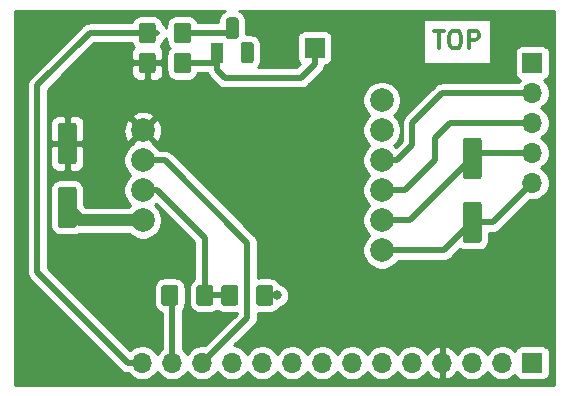
<source format=gbr>
G04 #@! TF.GenerationSoftware,KiCad,Pcbnew,5.1.5-52549c5~84~ubuntu18.04.1*
G04 #@! TF.CreationDate,2020-03-18T13:38:26+01:00*
G04 #@! TF.ProjectId,pcb_loadcell-dev-hx711,7063625f-6c6f-4616-9463-656c6c2d6465,rev?*
G04 #@! TF.SameCoordinates,Original*
G04 #@! TF.FileFunction,Copper,L1,Top*
G04 #@! TF.FilePolarity,Positive*
%FSLAX46Y46*%
G04 Gerber Fmt 4.6, Leading zero omitted, Abs format (unit mm)*
G04 Created by KiCad (PCBNEW 5.1.5-52549c5~84~ubuntu18.04.1) date 2020-03-18 13:38:26*
%MOMM*%
%LPD*%
G04 APERTURE LIST*
%ADD10C,0.300000*%
%ADD11C,2.000000*%
%ADD12C,0.100000*%
%ADD13R,1.100000X1.800000*%
%ADD14O,1.700000X1.700000*%
%ADD15R,1.700000X1.700000*%
%ADD16C,0.800000*%
%ADD17C,0.500000*%
%ADD18C,1.000000*%
%ADD19C,0.254000*%
G04 APERTURE END LIST*
D10*
X80585714Y-78553571D02*
X81442857Y-78553571D01*
X81014285Y-80053571D02*
X81014285Y-78553571D01*
X82228571Y-78553571D02*
X82514285Y-78553571D01*
X82657142Y-78625000D01*
X82800000Y-78767857D01*
X82871428Y-79053571D01*
X82871428Y-79553571D01*
X82800000Y-79839285D01*
X82657142Y-79982142D01*
X82514285Y-80053571D01*
X82228571Y-80053571D01*
X82085714Y-79982142D01*
X81942857Y-79839285D01*
X81871428Y-79553571D01*
X81871428Y-79053571D01*
X81942857Y-78767857D01*
X82085714Y-78625000D01*
X82228571Y-78553571D01*
X83514285Y-80053571D02*
X83514285Y-78553571D01*
X84085714Y-78553571D01*
X84228571Y-78625000D01*
X84300000Y-78696428D01*
X84371428Y-78839285D01*
X84371428Y-79053571D01*
X84300000Y-79196428D01*
X84228571Y-79267857D01*
X84085714Y-79339285D01*
X83514285Y-79339285D01*
D11*
X76155000Y-97155000D03*
X76155000Y-94615000D03*
X76155000Y-92075000D03*
X76155000Y-89535000D03*
X76155000Y-86995000D03*
X76155000Y-84455000D03*
X55925000Y-86995000D03*
X55925000Y-89535000D03*
X55925000Y-92075000D03*
X55925000Y-94615000D03*
G04 #@! TA.AperFunction,SMDPad,CuDef*
D12*
G36*
X63769504Y-100091204D02*
G01*
X63793773Y-100094804D01*
X63817571Y-100100765D01*
X63840671Y-100109030D01*
X63862849Y-100119520D01*
X63883893Y-100132133D01*
X63903598Y-100146747D01*
X63921777Y-100163223D01*
X63938253Y-100181402D01*
X63952867Y-100201107D01*
X63965480Y-100222151D01*
X63975970Y-100244329D01*
X63984235Y-100267429D01*
X63990196Y-100291227D01*
X63993796Y-100315496D01*
X63995000Y-100340000D01*
X63995000Y-101590000D01*
X63993796Y-101614504D01*
X63990196Y-101638773D01*
X63984235Y-101662571D01*
X63975970Y-101685671D01*
X63965480Y-101707849D01*
X63952867Y-101728893D01*
X63938253Y-101748598D01*
X63921777Y-101766777D01*
X63903598Y-101783253D01*
X63883893Y-101797867D01*
X63862849Y-101810480D01*
X63840671Y-101820970D01*
X63817571Y-101829235D01*
X63793773Y-101835196D01*
X63769504Y-101838796D01*
X63745000Y-101840000D01*
X62820000Y-101840000D01*
X62795496Y-101838796D01*
X62771227Y-101835196D01*
X62747429Y-101829235D01*
X62724329Y-101820970D01*
X62702151Y-101810480D01*
X62681107Y-101797867D01*
X62661402Y-101783253D01*
X62643223Y-101766777D01*
X62626747Y-101748598D01*
X62612133Y-101728893D01*
X62599520Y-101707849D01*
X62589030Y-101685671D01*
X62580765Y-101662571D01*
X62574804Y-101638773D01*
X62571204Y-101614504D01*
X62570000Y-101590000D01*
X62570000Y-100340000D01*
X62571204Y-100315496D01*
X62574804Y-100291227D01*
X62580765Y-100267429D01*
X62589030Y-100244329D01*
X62599520Y-100222151D01*
X62612133Y-100201107D01*
X62626747Y-100181402D01*
X62643223Y-100163223D01*
X62661402Y-100146747D01*
X62681107Y-100132133D01*
X62702151Y-100119520D01*
X62724329Y-100109030D01*
X62747429Y-100100765D01*
X62771227Y-100094804D01*
X62795496Y-100091204D01*
X62820000Y-100090000D01*
X63745000Y-100090000D01*
X63769504Y-100091204D01*
G37*
G04 #@! TD.AperFunction*
G04 #@! TA.AperFunction,SMDPad,CuDef*
G36*
X66744504Y-100091204D02*
G01*
X66768773Y-100094804D01*
X66792571Y-100100765D01*
X66815671Y-100109030D01*
X66837849Y-100119520D01*
X66858893Y-100132133D01*
X66878598Y-100146747D01*
X66896777Y-100163223D01*
X66913253Y-100181402D01*
X66927867Y-100201107D01*
X66940480Y-100222151D01*
X66950970Y-100244329D01*
X66959235Y-100267429D01*
X66965196Y-100291227D01*
X66968796Y-100315496D01*
X66970000Y-100340000D01*
X66970000Y-101590000D01*
X66968796Y-101614504D01*
X66965196Y-101638773D01*
X66959235Y-101662571D01*
X66950970Y-101685671D01*
X66940480Y-101707849D01*
X66927867Y-101728893D01*
X66913253Y-101748598D01*
X66896777Y-101766777D01*
X66878598Y-101783253D01*
X66858893Y-101797867D01*
X66837849Y-101810480D01*
X66815671Y-101820970D01*
X66792571Y-101829235D01*
X66768773Y-101835196D01*
X66744504Y-101838796D01*
X66720000Y-101840000D01*
X65795000Y-101840000D01*
X65770496Y-101838796D01*
X65746227Y-101835196D01*
X65722429Y-101829235D01*
X65699329Y-101820970D01*
X65677151Y-101810480D01*
X65656107Y-101797867D01*
X65636402Y-101783253D01*
X65618223Y-101766777D01*
X65601747Y-101748598D01*
X65587133Y-101728893D01*
X65574520Y-101707849D01*
X65564030Y-101685671D01*
X65555765Y-101662571D01*
X65549804Y-101638773D01*
X65546204Y-101614504D01*
X65545000Y-101590000D01*
X65545000Y-100340000D01*
X65546204Y-100315496D01*
X65549804Y-100291227D01*
X65555765Y-100267429D01*
X65564030Y-100244329D01*
X65574520Y-100222151D01*
X65587133Y-100201107D01*
X65601747Y-100181402D01*
X65618223Y-100163223D01*
X65636402Y-100146747D01*
X65656107Y-100132133D01*
X65677151Y-100119520D01*
X65699329Y-100109030D01*
X65722429Y-100100765D01*
X65746227Y-100094804D01*
X65770496Y-100091204D01*
X65795000Y-100090000D01*
X66720000Y-100090000D01*
X66744504Y-100091204D01*
G37*
G04 #@! TD.AperFunction*
G04 #@! TA.AperFunction,SMDPad,CuDef*
G36*
X58689504Y-100091204D02*
G01*
X58713773Y-100094804D01*
X58737571Y-100100765D01*
X58760671Y-100109030D01*
X58782849Y-100119520D01*
X58803893Y-100132133D01*
X58823598Y-100146747D01*
X58841777Y-100163223D01*
X58858253Y-100181402D01*
X58872867Y-100201107D01*
X58885480Y-100222151D01*
X58895970Y-100244329D01*
X58904235Y-100267429D01*
X58910196Y-100291227D01*
X58913796Y-100315496D01*
X58915000Y-100340000D01*
X58915000Y-101590000D01*
X58913796Y-101614504D01*
X58910196Y-101638773D01*
X58904235Y-101662571D01*
X58895970Y-101685671D01*
X58885480Y-101707849D01*
X58872867Y-101728893D01*
X58858253Y-101748598D01*
X58841777Y-101766777D01*
X58823598Y-101783253D01*
X58803893Y-101797867D01*
X58782849Y-101810480D01*
X58760671Y-101820970D01*
X58737571Y-101829235D01*
X58713773Y-101835196D01*
X58689504Y-101838796D01*
X58665000Y-101840000D01*
X57740000Y-101840000D01*
X57715496Y-101838796D01*
X57691227Y-101835196D01*
X57667429Y-101829235D01*
X57644329Y-101820970D01*
X57622151Y-101810480D01*
X57601107Y-101797867D01*
X57581402Y-101783253D01*
X57563223Y-101766777D01*
X57546747Y-101748598D01*
X57532133Y-101728893D01*
X57519520Y-101707849D01*
X57509030Y-101685671D01*
X57500765Y-101662571D01*
X57494804Y-101638773D01*
X57491204Y-101614504D01*
X57490000Y-101590000D01*
X57490000Y-100340000D01*
X57491204Y-100315496D01*
X57494804Y-100291227D01*
X57500765Y-100267429D01*
X57509030Y-100244329D01*
X57519520Y-100222151D01*
X57532133Y-100201107D01*
X57546747Y-100181402D01*
X57563223Y-100163223D01*
X57581402Y-100146747D01*
X57601107Y-100132133D01*
X57622151Y-100119520D01*
X57644329Y-100109030D01*
X57667429Y-100100765D01*
X57691227Y-100094804D01*
X57715496Y-100091204D01*
X57740000Y-100090000D01*
X58665000Y-100090000D01*
X58689504Y-100091204D01*
G37*
G04 #@! TD.AperFunction*
G04 #@! TA.AperFunction,SMDPad,CuDef*
G36*
X61664504Y-100091204D02*
G01*
X61688773Y-100094804D01*
X61712571Y-100100765D01*
X61735671Y-100109030D01*
X61757849Y-100119520D01*
X61778893Y-100132133D01*
X61798598Y-100146747D01*
X61816777Y-100163223D01*
X61833253Y-100181402D01*
X61847867Y-100201107D01*
X61860480Y-100222151D01*
X61870970Y-100244329D01*
X61879235Y-100267429D01*
X61885196Y-100291227D01*
X61888796Y-100315496D01*
X61890000Y-100340000D01*
X61890000Y-101590000D01*
X61888796Y-101614504D01*
X61885196Y-101638773D01*
X61879235Y-101662571D01*
X61870970Y-101685671D01*
X61860480Y-101707849D01*
X61847867Y-101728893D01*
X61833253Y-101748598D01*
X61816777Y-101766777D01*
X61798598Y-101783253D01*
X61778893Y-101797867D01*
X61757849Y-101810480D01*
X61735671Y-101820970D01*
X61712571Y-101829235D01*
X61688773Y-101835196D01*
X61664504Y-101838796D01*
X61640000Y-101840000D01*
X60715000Y-101840000D01*
X60690496Y-101838796D01*
X60666227Y-101835196D01*
X60642429Y-101829235D01*
X60619329Y-101820970D01*
X60597151Y-101810480D01*
X60576107Y-101797867D01*
X60556402Y-101783253D01*
X60538223Y-101766777D01*
X60521747Y-101748598D01*
X60507133Y-101728893D01*
X60494520Y-101707849D01*
X60484030Y-101685671D01*
X60475765Y-101662571D01*
X60469804Y-101638773D01*
X60466204Y-101614504D01*
X60465000Y-101590000D01*
X60465000Y-100340000D01*
X60466204Y-100315496D01*
X60469804Y-100291227D01*
X60475765Y-100267429D01*
X60484030Y-100244329D01*
X60494520Y-100222151D01*
X60507133Y-100201107D01*
X60521747Y-100181402D01*
X60538223Y-100163223D01*
X60556402Y-100146747D01*
X60576107Y-100132133D01*
X60597151Y-100119520D01*
X60619329Y-100109030D01*
X60642429Y-100100765D01*
X60666227Y-100094804D01*
X60690496Y-100091204D01*
X60715000Y-100090000D01*
X61640000Y-100090000D01*
X61664504Y-100091204D01*
G37*
G04 #@! TD.AperFunction*
G04 #@! TA.AperFunction,SMDPad,CuDef*
G36*
X59759504Y-77866204D02*
G01*
X59783773Y-77869804D01*
X59807571Y-77875765D01*
X59830671Y-77884030D01*
X59852849Y-77894520D01*
X59873893Y-77907133D01*
X59893598Y-77921747D01*
X59911777Y-77938223D01*
X59928253Y-77956402D01*
X59942867Y-77976107D01*
X59955480Y-77997151D01*
X59965970Y-78019329D01*
X59974235Y-78042429D01*
X59980196Y-78066227D01*
X59983796Y-78090496D01*
X59985000Y-78115000D01*
X59985000Y-79365000D01*
X59983796Y-79389504D01*
X59980196Y-79413773D01*
X59974235Y-79437571D01*
X59965970Y-79460671D01*
X59955480Y-79482849D01*
X59942867Y-79503893D01*
X59928253Y-79523598D01*
X59911777Y-79541777D01*
X59893598Y-79558253D01*
X59873893Y-79572867D01*
X59852849Y-79585480D01*
X59830671Y-79595970D01*
X59807571Y-79604235D01*
X59783773Y-79610196D01*
X59759504Y-79613796D01*
X59735000Y-79615000D01*
X58810000Y-79615000D01*
X58785496Y-79613796D01*
X58761227Y-79610196D01*
X58737429Y-79604235D01*
X58714329Y-79595970D01*
X58692151Y-79585480D01*
X58671107Y-79572867D01*
X58651402Y-79558253D01*
X58633223Y-79541777D01*
X58616747Y-79523598D01*
X58602133Y-79503893D01*
X58589520Y-79482849D01*
X58579030Y-79460671D01*
X58570765Y-79437571D01*
X58564804Y-79413773D01*
X58561204Y-79389504D01*
X58560000Y-79365000D01*
X58560000Y-78115000D01*
X58561204Y-78090496D01*
X58564804Y-78066227D01*
X58570765Y-78042429D01*
X58579030Y-78019329D01*
X58589520Y-77997151D01*
X58602133Y-77976107D01*
X58616747Y-77956402D01*
X58633223Y-77938223D01*
X58651402Y-77921747D01*
X58671107Y-77907133D01*
X58692151Y-77894520D01*
X58714329Y-77884030D01*
X58737429Y-77875765D01*
X58761227Y-77869804D01*
X58785496Y-77866204D01*
X58810000Y-77865000D01*
X59735000Y-77865000D01*
X59759504Y-77866204D01*
G37*
G04 #@! TD.AperFunction*
G04 #@! TA.AperFunction,SMDPad,CuDef*
G36*
X56784504Y-77866204D02*
G01*
X56808773Y-77869804D01*
X56832571Y-77875765D01*
X56855671Y-77884030D01*
X56877849Y-77894520D01*
X56898893Y-77907133D01*
X56918598Y-77921747D01*
X56936777Y-77938223D01*
X56953253Y-77956402D01*
X56967867Y-77976107D01*
X56980480Y-77997151D01*
X56990970Y-78019329D01*
X56999235Y-78042429D01*
X57005196Y-78066227D01*
X57008796Y-78090496D01*
X57010000Y-78115000D01*
X57010000Y-79365000D01*
X57008796Y-79389504D01*
X57005196Y-79413773D01*
X56999235Y-79437571D01*
X56990970Y-79460671D01*
X56980480Y-79482849D01*
X56967867Y-79503893D01*
X56953253Y-79523598D01*
X56936777Y-79541777D01*
X56918598Y-79558253D01*
X56898893Y-79572867D01*
X56877849Y-79585480D01*
X56855671Y-79595970D01*
X56832571Y-79604235D01*
X56808773Y-79610196D01*
X56784504Y-79613796D01*
X56760000Y-79615000D01*
X55835000Y-79615000D01*
X55810496Y-79613796D01*
X55786227Y-79610196D01*
X55762429Y-79604235D01*
X55739329Y-79595970D01*
X55717151Y-79585480D01*
X55696107Y-79572867D01*
X55676402Y-79558253D01*
X55658223Y-79541777D01*
X55641747Y-79523598D01*
X55627133Y-79503893D01*
X55614520Y-79482849D01*
X55604030Y-79460671D01*
X55595765Y-79437571D01*
X55589804Y-79413773D01*
X55586204Y-79389504D01*
X55585000Y-79365000D01*
X55585000Y-78115000D01*
X55586204Y-78090496D01*
X55589804Y-78066227D01*
X55595765Y-78042429D01*
X55604030Y-78019329D01*
X55614520Y-77997151D01*
X55627133Y-77976107D01*
X55641747Y-77956402D01*
X55658223Y-77938223D01*
X55676402Y-77921747D01*
X55696107Y-77907133D01*
X55717151Y-77894520D01*
X55739329Y-77884030D01*
X55762429Y-77875765D01*
X55786227Y-77869804D01*
X55810496Y-77866204D01*
X55835000Y-77865000D01*
X56760000Y-77865000D01*
X56784504Y-77866204D01*
G37*
G04 #@! TD.AperFunction*
G04 #@! TA.AperFunction,SMDPad,CuDef*
G36*
X56784504Y-80406204D02*
G01*
X56808773Y-80409804D01*
X56832571Y-80415765D01*
X56855671Y-80424030D01*
X56877849Y-80434520D01*
X56898893Y-80447133D01*
X56918598Y-80461747D01*
X56936777Y-80478223D01*
X56953253Y-80496402D01*
X56967867Y-80516107D01*
X56980480Y-80537151D01*
X56990970Y-80559329D01*
X56999235Y-80582429D01*
X57005196Y-80606227D01*
X57008796Y-80630496D01*
X57010000Y-80655000D01*
X57010000Y-81905000D01*
X57008796Y-81929504D01*
X57005196Y-81953773D01*
X56999235Y-81977571D01*
X56990970Y-82000671D01*
X56980480Y-82022849D01*
X56967867Y-82043893D01*
X56953253Y-82063598D01*
X56936777Y-82081777D01*
X56918598Y-82098253D01*
X56898893Y-82112867D01*
X56877849Y-82125480D01*
X56855671Y-82135970D01*
X56832571Y-82144235D01*
X56808773Y-82150196D01*
X56784504Y-82153796D01*
X56760000Y-82155000D01*
X55835000Y-82155000D01*
X55810496Y-82153796D01*
X55786227Y-82150196D01*
X55762429Y-82144235D01*
X55739329Y-82135970D01*
X55717151Y-82125480D01*
X55696107Y-82112867D01*
X55676402Y-82098253D01*
X55658223Y-82081777D01*
X55641747Y-82063598D01*
X55627133Y-82043893D01*
X55614520Y-82022849D01*
X55604030Y-82000671D01*
X55595765Y-81977571D01*
X55589804Y-81953773D01*
X55586204Y-81929504D01*
X55585000Y-81905000D01*
X55585000Y-80655000D01*
X55586204Y-80630496D01*
X55589804Y-80606227D01*
X55595765Y-80582429D01*
X55604030Y-80559329D01*
X55614520Y-80537151D01*
X55627133Y-80516107D01*
X55641747Y-80496402D01*
X55658223Y-80478223D01*
X55676402Y-80461747D01*
X55696107Y-80447133D01*
X55717151Y-80434520D01*
X55739329Y-80424030D01*
X55762429Y-80415765D01*
X55786227Y-80409804D01*
X55810496Y-80406204D01*
X55835000Y-80405000D01*
X56760000Y-80405000D01*
X56784504Y-80406204D01*
G37*
G04 #@! TD.AperFunction*
G04 #@! TA.AperFunction,SMDPad,CuDef*
G36*
X59759504Y-80406204D02*
G01*
X59783773Y-80409804D01*
X59807571Y-80415765D01*
X59830671Y-80424030D01*
X59852849Y-80434520D01*
X59873893Y-80447133D01*
X59893598Y-80461747D01*
X59911777Y-80478223D01*
X59928253Y-80496402D01*
X59942867Y-80516107D01*
X59955480Y-80537151D01*
X59965970Y-80559329D01*
X59974235Y-80582429D01*
X59980196Y-80606227D01*
X59983796Y-80630496D01*
X59985000Y-80655000D01*
X59985000Y-81905000D01*
X59983796Y-81929504D01*
X59980196Y-81953773D01*
X59974235Y-81977571D01*
X59965970Y-82000671D01*
X59955480Y-82022849D01*
X59942867Y-82043893D01*
X59928253Y-82063598D01*
X59911777Y-82081777D01*
X59893598Y-82098253D01*
X59873893Y-82112867D01*
X59852849Y-82125480D01*
X59830671Y-82135970D01*
X59807571Y-82144235D01*
X59783773Y-82150196D01*
X59759504Y-82153796D01*
X59735000Y-82155000D01*
X58810000Y-82155000D01*
X58785496Y-82153796D01*
X58761227Y-82150196D01*
X58737429Y-82144235D01*
X58714329Y-82135970D01*
X58692151Y-82125480D01*
X58671107Y-82112867D01*
X58651402Y-82098253D01*
X58633223Y-82081777D01*
X58616747Y-82063598D01*
X58602133Y-82043893D01*
X58589520Y-82022849D01*
X58579030Y-82000671D01*
X58570765Y-81977571D01*
X58564804Y-81953773D01*
X58561204Y-81929504D01*
X58560000Y-81905000D01*
X58560000Y-80655000D01*
X58561204Y-80630496D01*
X58564804Y-80606227D01*
X58570765Y-80582429D01*
X58579030Y-80559329D01*
X58589520Y-80537151D01*
X58602133Y-80516107D01*
X58616747Y-80496402D01*
X58633223Y-80478223D01*
X58651402Y-80461747D01*
X58671107Y-80447133D01*
X58692151Y-80434520D01*
X58714329Y-80424030D01*
X58737429Y-80415765D01*
X58761227Y-80409804D01*
X58785496Y-80406204D01*
X58810000Y-80405000D01*
X59735000Y-80405000D01*
X59759504Y-80406204D01*
G37*
G04 #@! TD.AperFunction*
D13*
X62230000Y-80410000D03*
G04 #@! TA.AperFunction,ComponentPad*
D12*
G36*
X65071955Y-79511324D02*
G01*
X65098650Y-79515284D01*
X65124828Y-79521841D01*
X65150238Y-79530933D01*
X65174634Y-79542472D01*
X65197782Y-79556346D01*
X65219458Y-79572422D01*
X65239454Y-79590546D01*
X65257578Y-79610542D01*
X65273654Y-79632218D01*
X65287528Y-79655366D01*
X65299067Y-79679762D01*
X65308159Y-79705172D01*
X65314716Y-79731350D01*
X65318676Y-79758045D01*
X65320000Y-79785000D01*
X65320000Y-81035000D01*
X65318676Y-81061955D01*
X65314716Y-81088650D01*
X65308159Y-81114828D01*
X65299067Y-81140238D01*
X65287528Y-81164634D01*
X65273654Y-81187782D01*
X65257578Y-81209458D01*
X65239454Y-81229454D01*
X65219458Y-81247578D01*
X65197782Y-81263654D01*
X65174634Y-81277528D01*
X65150238Y-81289067D01*
X65124828Y-81298159D01*
X65098650Y-81304716D01*
X65071955Y-81308676D01*
X65045000Y-81310000D01*
X64495000Y-81310000D01*
X64468045Y-81308676D01*
X64441350Y-81304716D01*
X64415172Y-81298159D01*
X64389762Y-81289067D01*
X64365366Y-81277528D01*
X64342218Y-81263654D01*
X64320542Y-81247578D01*
X64300546Y-81229454D01*
X64282422Y-81209458D01*
X64266346Y-81187782D01*
X64252472Y-81164634D01*
X64240933Y-81140238D01*
X64231841Y-81114828D01*
X64225284Y-81088650D01*
X64221324Y-81061955D01*
X64220000Y-81035000D01*
X64220000Y-79785000D01*
X64221324Y-79758045D01*
X64225284Y-79731350D01*
X64231841Y-79705172D01*
X64240933Y-79679762D01*
X64252472Y-79655366D01*
X64266346Y-79632218D01*
X64282422Y-79610542D01*
X64300546Y-79590546D01*
X64320542Y-79572422D01*
X64342218Y-79556346D01*
X64365366Y-79542472D01*
X64389762Y-79530933D01*
X64415172Y-79521841D01*
X64441350Y-79515284D01*
X64468045Y-79511324D01*
X64495000Y-79510000D01*
X65045000Y-79510000D01*
X65071955Y-79511324D01*
G37*
G04 #@! TD.AperFunction*
G04 #@! TA.AperFunction,ComponentPad*
G36*
X63801955Y-77441324D02*
G01*
X63828650Y-77445284D01*
X63854828Y-77451841D01*
X63880238Y-77460933D01*
X63904634Y-77472472D01*
X63927782Y-77486346D01*
X63949458Y-77502422D01*
X63969454Y-77520546D01*
X63987578Y-77540542D01*
X64003654Y-77562218D01*
X64017528Y-77585366D01*
X64029067Y-77609762D01*
X64038159Y-77635172D01*
X64044716Y-77661350D01*
X64048676Y-77688045D01*
X64050000Y-77715000D01*
X64050000Y-78965000D01*
X64048676Y-78991955D01*
X64044716Y-79018650D01*
X64038159Y-79044828D01*
X64029067Y-79070238D01*
X64017528Y-79094634D01*
X64003654Y-79117782D01*
X63987578Y-79139458D01*
X63969454Y-79159454D01*
X63949458Y-79177578D01*
X63927782Y-79193654D01*
X63904634Y-79207528D01*
X63880238Y-79219067D01*
X63854828Y-79228159D01*
X63828650Y-79234716D01*
X63801955Y-79238676D01*
X63775000Y-79240000D01*
X63225000Y-79240000D01*
X63198045Y-79238676D01*
X63171350Y-79234716D01*
X63145172Y-79228159D01*
X63119762Y-79219067D01*
X63095366Y-79207528D01*
X63072218Y-79193654D01*
X63050542Y-79177578D01*
X63030546Y-79159454D01*
X63012422Y-79139458D01*
X62996346Y-79117782D01*
X62982472Y-79094634D01*
X62970933Y-79070238D01*
X62961841Y-79044828D01*
X62955284Y-79018650D01*
X62951324Y-78991955D01*
X62950000Y-78965000D01*
X62950000Y-77715000D01*
X62951324Y-77688045D01*
X62955284Y-77661350D01*
X62961841Y-77635172D01*
X62970933Y-77609762D01*
X62982472Y-77585366D01*
X62996346Y-77562218D01*
X63012422Y-77540542D01*
X63030546Y-77520546D01*
X63050542Y-77502422D01*
X63072218Y-77486346D01*
X63095366Y-77472472D01*
X63119762Y-77460933D01*
X63145172Y-77451841D01*
X63171350Y-77445284D01*
X63198045Y-77441324D01*
X63225000Y-77440000D01*
X63775000Y-77440000D01*
X63801955Y-77441324D01*
G37*
G04 #@! TD.AperFunction*
D14*
X55880000Y-106680000D03*
X58420000Y-106680000D03*
X60960000Y-106680000D03*
X63500000Y-106680000D03*
X66040000Y-106680000D03*
X68580000Y-106680000D03*
X71120000Y-106680000D03*
X73660000Y-106680000D03*
X76200000Y-106680000D03*
X78740000Y-106680000D03*
X81280000Y-106680000D03*
X83820000Y-106680000D03*
X86360000Y-106680000D03*
D15*
X88900000Y-106680000D03*
D14*
X88900000Y-91440000D03*
X88900000Y-88900000D03*
X88900000Y-86360000D03*
X88900000Y-83820000D03*
D15*
X88900000Y-81280000D03*
X70485000Y-80010000D03*
G04 #@! TA.AperFunction,SMDPad,CuDef*
D12*
G36*
X50104504Y-91756204D02*
G01*
X50128773Y-91759804D01*
X50152571Y-91765765D01*
X50175671Y-91774030D01*
X50197849Y-91784520D01*
X50218893Y-91797133D01*
X50238598Y-91811747D01*
X50256777Y-91828223D01*
X50273253Y-91846402D01*
X50287867Y-91866107D01*
X50300480Y-91887151D01*
X50310970Y-91909329D01*
X50319235Y-91932429D01*
X50325196Y-91956227D01*
X50328796Y-91980496D01*
X50330000Y-92005000D01*
X50330000Y-95005000D01*
X50328796Y-95029504D01*
X50325196Y-95053773D01*
X50319235Y-95077571D01*
X50310970Y-95100671D01*
X50300480Y-95122849D01*
X50287867Y-95143893D01*
X50273253Y-95163598D01*
X50256777Y-95181777D01*
X50238598Y-95198253D01*
X50218893Y-95212867D01*
X50197849Y-95225480D01*
X50175671Y-95235970D01*
X50152571Y-95244235D01*
X50128773Y-95250196D01*
X50104504Y-95253796D01*
X50080000Y-95255000D01*
X48980000Y-95255000D01*
X48955496Y-95253796D01*
X48931227Y-95250196D01*
X48907429Y-95244235D01*
X48884329Y-95235970D01*
X48862151Y-95225480D01*
X48841107Y-95212867D01*
X48821402Y-95198253D01*
X48803223Y-95181777D01*
X48786747Y-95163598D01*
X48772133Y-95143893D01*
X48759520Y-95122849D01*
X48749030Y-95100671D01*
X48740765Y-95077571D01*
X48734804Y-95053773D01*
X48731204Y-95029504D01*
X48730000Y-95005000D01*
X48730000Y-92005000D01*
X48731204Y-91980496D01*
X48734804Y-91956227D01*
X48740765Y-91932429D01*
X48749030Y-91909329D01*
X48759520Y-91887151D01*
X48772133Y-91866107D01*
X48786747Y-91846402D01*
X48803223Y-91828223D01*
X48821402Y-91811747D01*
X48841107Y-91797133D01*
X48862151Y-91784520D01*
X48884329Y-91774030D01*
X48907429Y-91765765D01*
X48931227Y-91759804D01*
X48955496Y-91756204D01*
X48980000Y-91755000D01*
X50080000Y-91755000D01*
X50104504Y-91756204D01*
G37*
G04 #@! TD.AperFunction*
G04 #@! TA.AperFunction,SMDPad,CuDef*
G36*
X50104504Y-86356204D02*
G01*
X50128773Y-86359804D01*
X50152571Y-86365765D01*
X50175671Y-86374030D01*
X50197849Y-86384520D01*
X50218893Y-86397133D01*
X50238598Y-86411747D01*
X50256777Y-86428223D01*
X50273253Y-86446402D01*
X50287867Y-86466107D01*
X50300480Y-86487151D01*
X50310970Y-86509329D01*
X50319235Y-86532429D01*
X50325196Y-86556227D01*
X50328796Y-86580496D01*
X50330000Y-86605000D01*
X50330000Y-89605000D01*
X50328796Y-89629504D01*
X50325196Y-89653773D01*
X50319235Y-89677571D01*
X50310970Y-89700671D01*
X50300480Y-89722849D01*
X50287867Y-89743893D01*
X50273253Y-89763598D01*
X50256777Y-89781777D01*
X50238598Y-89798253D01*
X50218893Y-89812867D01*
X50197849Y-89825480D01*
X50175671Y-89835970D01*
X50152571Y-89844235D01*
X50128773Y-89850196D01*
X50104504Y-89853796D01*
X50080000Y-89855000D01*
X48980000Y-89855000D01*
X48955496Y-89853796D01*
X48931227Y-89850196D01*
X48907429Y-89844235D01*
X48884329Y-89835970D01*
X48862151Y-89825480D01*
X48841107Y-89812867D01*
X48821402Y-89798253D01*
X48803223Y-89781777D01*
X48786747Y-89763598D01*
X48772133Y-89743893D01*
X48759520Y-89722849D01*
X48749030Y-89700671D01*
X48740765Y-89677571D01*
X48734804Y-89653773D01*
X48731204Y-89629504D01*
X48730000Y-89605000D01*
X48730000Y-86605000D01*
X48731204Y-86580496D01*
X48734804Y-86556227D01*
X48740765Y-86532429D01*
X48749030Y-86509329D01*
X48759520Y-86487151D01*
X48772133Y-86466107D01*
X48786747Y-86446402D01*
X48803223Y-86428223D01*
X48821402Y-86411747D01*
X48841107Y-86397133D01*
X48862151Y-86384520D01*
X48884329Y-86374030D01*
X48907429Y-86365765D01*
X48931227Y-86359804D01*
X48955496Y-86356204D01*
X48980000Y-86355000D01*
X50080000Y-86355000D01*
X50104504Y-86356204D01*
G37*
G04 #@! TD.AperFunction*
G04 #@! TA.AperFunction,SMDPad,CuDef*
G36*
X84394504Y-87626204D02*
G01*
X84418773Y-87629804D01*
X84442571Y-87635765D01*
X84465671Y-87644030D01*
X84487849Y-87654520D01*
X84508893Y-87667133D01*
X84528598Y-87681747D01*
X84546777Y-87698223D01*
X84563253Y-87716402D01*
X84577867Y-87736107D01*
X84590480Y-87757151D01*
X84600970Y-87779329D01*
X84609235Y-87802429D01*
X84615196Y-87826227D01*
X84618796Y-87850496D01*
X84620000Y-87875000D01*
X84620000Y-90875000D01*
X84618796Y-90899504D01*
X84615196Y-90923773D01*
X84609235Y-90947571D01*
X84600970Y-90970671D01*
X84590480Y-90992849D01*
X84577867Y-91013893D01*
X84563253Y-91033598D01*
X84546777Y-91051777D01*
X84528598Y-91068253D01*
X84508893Y-91082867D01*
X84487849Y-91095480D01*
X84465671Y-91105970D01*
X84442571Y-91114235D01*
X84418773Y-91120196D01*
X84394504Y-91123796D01*
X84370000Y-91125000D01*
X83270000Y-91125000D01*
X83245496Y-91123796D01*
X83221227Y-91120196D01*
X83197429Y-91114235D01*
X83174329Y-91105970D01*
X83152151Y-91095480D01*
X83131107Y-91082867D01*
X83111402Y-91068253D01*
X83093223Y-91051777D01*
X83076747Y-91033598D01*
X83062133Y-91013893D01*
X83049520Y-90992849D01*
X83039030Y-90970671D01*
X83030765Y-90947571D01*
X83024804Y-90923773D01*
X83021204Y-90899504D01*
X83020000Y-90875000D01*
X83020000Y-87875000D01*
X83021204Y-87850496D01*
X83024804Y-87826227D01*
X83030765Y-87802429D01*
X83039030Y-87779329D01*
X83049520Y-87757151D01*
X83062133Y-87736107D01*
X83076747Y-87716402D01*
X83093223Y-87698223D01*
X83111402Y-87681747D01*
X83131107Y-87667133D01*
X83152151Y-87654520D01*
X83174329Y-87644030D01*
X83197429Y-87635765D01*
X83221227Y-87629804D01*
X83245496Y-87626204D01*
X83270000Y-87625000D01*
X84370000Y-87625000D01*
X84394504Y-87626204D01*
G37*
G04 #@! TD.AperFunction*
G04 #@! TA.AperFunction,SMDPad,CuDef*
G36*
X84394504Y-93026204D02*
G01*
X84418773Y-93029804D01*
X84442571Y-93035765D01*
X84465671Y-93044030D01*
X84487849Y-93054520D01*
X84508893Y-93067133D01*
X84528598Y-93081747D01*
X84546777Y-93098223D01*
X84563253Y-93116402D01*
X84577867Y-93136107D01*
X84590480Y-93157151D01*
X84600970Y-93179329D01*
X84609235Y-93202429D01*
X84615196Y-93226227D01*
X84618796Y-93250496D01*
X84620000Y-93275000D01*
X84620000Y-96275000D01*
X84618796Y-96299504D01*
X84615196Y-96323773D01*
X84609235Y-96347571D01*
X84600970Y-96370671D01*
X84590480Y-96392849D01*
X84577867Y-96413893D01*
X84563253Y-96433598D01*
X84546777Y-96451777D01*
X84528598Y-96468253D01*
X84508893Y-96482867D01*
X84487849Y-96495480D01*
X84465671Y-96505970D01*
X84442571Y-96514235D01*
X84418773Y-96520196D01*
X84394504Y-96523796D01*
X84370000Y-96525000D01*
X83270000Y-96525000D01*
X83245496Y-96523796D01*
X83221227Y-96520196D01*
X83197429Y-96514235D01*
X83174329Y-96505970D01*
X83152151Y-96495480D01*
X83131107Y-96482867D01*
X83111402Y-96468253D01*
X83093223Y-96451777D01*
X83076747Y-96433598D01*
X83062133Y-96413893D01*
X83049520Y-96392849D01*
X83039030Y-96370671D01*
X83030765Y-96347571D01*
X83024804Y-96323773D01*
X83021204Y-96299504D01*
X83020000Y-96275000D01*
X83020000Y-93275000D01*
X83021204Y-93250496D01*
X83024804Y-93226227D01*
X83030765Y-93202429D01*
X83039030Y-93179329D01*
X83049520Y-93157151D01*
X83062133Y-93136107D01*
X83076747Y-93116402D01*
X83093223Y-93098223D01*
X83111402Y-93081747D01*
X83131107Y-93067133D01*
X83152151Y-93054520D01*
X83174329Y-93044030D01*
X83197429Y-93035765D01*
X83221227Y-93029804D01*
X83245496Y-93026204D01*
X83270000Y-93025000D01*
X84370000Y-93025000D01*
X84394504Y-93026204D01*
G37*
G04 #@! TD.AperFunction*
D16*
X67310000Y-100965000D03*
D17*
X78580000Y-94615000D02*
X83820000Y-89375000D01*
X76155000Y-94615000D02*
X78580000Y-94615000D01*
X84295000Y-88900000D02*
X83820000Y-89375000D01*
X88900000Y-88900000D02*
X84295000Y-88900000D01*
X81440000Y-97155000D02*
X83820000Y-94775000D01*
X76155000Y-97155000D02*
X81440000Y-97155000D01*
X85565000Y-94775000D02*
X88900000Y-91440000D01*
X83820000Y-94775000D02*
X85565000Y-94775000D01*
D18*
X50640000Y-94615000D02*
X49530000Y-93505000D01*
X55925000Y-94615000D02*
X50640000Y-94615000D01*
D17*
X66257500Y-100965000D02*
X67310000Y-100965000D01*
X70485000Y-81360000D02*
X69295000Y-82550000D01*
X70485000Y-80010000D02*
X70485000Y-81360000D01*
X69295000Y-82550000D02*
X62865000Y-82550000D01*
X62865000Y-82550000D02*
X62230000Y-81915000D01*
X59272500Y-81280000D02*
X62230000Y-81280000D01*
X62230000Y-81915000D02*
X62230000Y-81280000D01*
X62230000Y-81280000D02*
X62230000Y-80010000D01*
X76155000Y-89535000D02*
X77470000Y-89535000D01*
X77470000Y-89535000D02*
X78740000Y-88265000D01*
X78740000Y-88265000D02*
X78740000Y-86360000D01*
X78740000Y-86360000D02*
X81280000Y-83820000D01*
X81280000Y-83820000D02*
X88900000Y-83820000D01*
X81915000Y-86360000D02*
X88900000Y-86360000D01*
X80645000Y-87630000D02*
X81915000Y-86360000D01*
X80645000Y-89535000D02*
X80645000Y-87630000D01*
X76155000Y-92075000D02*
X78105000Y-92075000D01*
X78105000Y-92075000D02*
X80645000Y-89535000D01*
X56297500Y-78740000D02*
X57150000Y-78740000D01*
X54677919Y-106680000D02*
X46990000Y-98992081D01*
X55880000Y-106680000D02*
X54677919Y-106680000D01*
X46990000Y-98992081D02*
X46990000Y-83185000D01*
X51435000Y-78740000D02*
X56297500Y-78740000D01*
X46990000Y-83185000D02*
X51435000Y-78740000D01*
X58420000Y-101182500D02*
X58202500Y-100965000D01*
X58420000Y-106680000D02*
X58420000Y-101182500D01*
X55925000Y-89535000D02*
X57785000Y-89535000D01*
X57785000Y-89535000D02*
X64770000Y-96520000D01*
X64770000Y-102870000D02*
X60960000Y-106680000D01*
X64770000Y-96520000D02*
X64770000Y-102870000D01*
X63500000Y-78740000D02*
X59272500Y-78740000D01*
X63282500Y-100965000D02*
X61177500Y-100965000D01*
X61177500Y-100965000D02*
X61177500Y-96102500D01*
X61177500Y-96102500D02*
X57150000Y-92075000D01*
X57150000Y-92075000D02*
X55925000Y-92075000D01*
D19*
G36*
X62875582Y-76871431D02*
G01*
X62717724Y-76955808D01*
X62579361Y-77069361D01*
X62465808Y-77207724D01*
X62381431Y-77365582D01*
X62329472Y-77536868D01*
X62311928Y-77715000D01*
X62311928Y-77855000D01*
X60579694Y-77855000D01*
X60555472Y-77775150D01*
X60473405Y-77621614D01*
X60362962Y-77487038D01*
X60228386Y-77376595D01*
X60074850Y-77294528D01*
X59908254Y-77243992D01*
X59735000Y-77226928D01*
X58810000Y-77226928D01*
X58636746Y-77243992D01*
X58470150Y-77294528D01*
X58316614Y-77376595D01*
X58182038Y-77487038D01*
X58071595Y-77621614D01*
X57989528Y-77775150D01*
X57938992Y-77941746D01*
X57921928Y-78115000D01*
X57921928Y-78306777D01*
X57889411Y-78245941D01*
X57778817Y-78111183D01*
X57644059Y-78000589D01*
X57636400Y-77996495D01*
X57631008Y-77941746D01*
X57580472Y-77775150D01*
X57498405Y-77621614D01*
X57387962Y-77487038D01*
X57253386Y-77376595D01*
X57099850Y-77294528D01*
X56933254Y-77243992D01*
X56760000Y-77226928D01*
X55835000Y-77226928D01*
X55661746Y-77243992D01*
X55495150Y-77294528D01*
X55341614Y-77376595D01*
X55207038Y-77487038D01*
X55096595Y-77621614D01*
X55014528Y-77775150D01*
X54990306Y-77855000D01*
X51478465Y-77855000D01*
X51434999Y-77850719D01*
X51391533Y-77855000D01*
X51391523Y-77855000D01*
X51261510Y-77867805D01*
X51094687Y-77918411D01*
X50940941Y-78000589D01*
X50940939Y-78000590D01*
X50940940Y-78000590D01*
X50839953Y-78083468D01*
X50839951Y-78083470D01*
X50806183Y-78111183D01*
X50778470Y-78144951D01*
X46394951Y-82528470D01*
X46361184Y-82556183D01*
X46333471Y-82589951D01*
X46333468Y-82589954D01*
X46250590Y-82690941D01*
X46168412Y-82844687D01*
X46117805Y-83011510D01*
X46100719Y-83185000D01*
X46105001Y-83228479D01*
X46105000Y-98948612D01*
X46100719Y-98992081D01*
X46105000Y-99035550D01*
X46105000Y-99035557D01*
X46117805Y-99165570D01*
X46168411Y-99332393D01*
X46250589Y-99486139D01*
X46361183Y-99620898D01*
X46394956Y-99648615D01*
X54021389Y-107275049D01*
X54049102Y-107308817D01*
X54082870Y-107336530D01*
X54082872Y-107336532D01*
X54139994Y-107383411D01*
X54183860Y-107419411D01*
X54337606Y-107501589D01*
X54504429Y-107552195D01*
X54634442Y-107565000D01*
X54634452Y-107565000D01*
X54677918Y-107569281D01*
X54687569Y-107568330D01*
X54726525Y-107626632D01*
X54933368Y-107833475D01*
X55176589Y-107995990D01*
X55446842Y-108107932D01*
X55733740Y-108165000D01*
X56026260Y-108165000D01*
X56313158Y-108107932D01*
X56583411Y-107995990D01*
X56826632Y-107833475D01*
X57033475Y-107626632D01*
X57150000Y-107452240D01*
X57266525Y-107626632D01*
X57473368Y-107833475D01*
X57716589Y-107995990D01*
X57986842Y-108107932D01*
X58273740Y-108165000D01*
X58566260Y-108165000D01*
X58853158Y-108107932D01*
X59123411Y-107995990D01*
X59366632Y-107833475D01*
X59573475Y-107626632D01*
X59690000Y-107452240D01*
X59806525Y-107626632D01*
X60013368Y-107833475D01*
X60256589Y-107995990D01*
X60526842Y-108107932D01*
X60813740Y-108165000D01*
X61106260Y-108165000D01*
X61393158Y-108107932D01*
X61663411Y-107995990D01*
X61906632Y-107833475D01*
X62113475Y-107626632D01*
X62230000Y-107452240D01*
X62346525Y-107626632D01*
X62553368Y-107833475D01*
X62796589Y-107995990D01*
X63066842Y-108107932D01*
X63353740Y-108165000D01*
X63646260Y-108165000D01*
X63933158Y-108107932D01*
X64203411Y-107995990D01*
X64446632Y-107833475D01*
X64653475Y-107626632D01*
X64770000Y-107452240D01*
X64886525Y-107626632D01*
X65093368Y-107833475D01*
X65336589Y-107995990D01*
X65606842Y-108107932D01*
X65893740Y-108165000D01*
X66186260Y-108165000D01*
X66473158Y-108107932D01*
X66743411Y-107995990D01*
X66986632Y-107833475D01*
X67193475Y-107626632D01*
X67310000Y-107452240D01*
X67426525Y-107626632D01*
X67633368Y-107833475D01*
X67876589Y-107995990D01*
X68146842Y-108107932D01*
X68433740Y-108165000D01*
X68726260Y-108165000D01*
X69013158Y-108107932D01*
X69283411Y-107995990D01*
X69526632Y-107833475D01*
X69733475Y-107626632D01*
X69850000Y-107452240D01*
X69966525Y-107626632D01*
X70173368Y-107833475D01*
X70416589Y-107995990D01*
X70686842Y-108107932D01*
X70973740Y-108165000D01*
X71266260Y-108165000D01*
X71553158Y-108107932D01*
X71823411Y-107995990D01*
X72066632Y-107833475D01*
X72273475Y-107626632D01*
X72390000Y-107452240D01*
X72506525Y-107626632D01*
X72713368Y-107833475D01*
X72956589Y-107995990D01*
X73226842Y-108107932D01*
X73513740Y-108165000D01*
X73806260Y-108165000D01*
X74093158Y-108107932D01*
X74363411Y-107995990D01*
X74606632Y-107833475D01*
X74813475Y-107626632D01*
X74930000Y-107452240D01*
X75046525Y-107626632D01*
X75253368Y-107833475D01*
X75496589Y-107995990D01*
X75766842Y-108107932D01*
X76053740Y-108165000D01*
X76346260Y-108165000D01*
X76633158Y-108107932D01*
X76903411Y-107995990D01*
X77146632Y-107833475D01*
X77353475Y-107626632D01*
X77470000Y-107452240D01*
X77586525Y-107626632D01*
X77793368Y-107833475D01*
X78036589Y-107995990D01*
X78306842Y-108107932D01*
X78593740Y-108165000D01*
X78886260Y-108165000D01*
X79173158Y-108107932D01*
X79443411Y-107995990D01*
X79686632Y-107833475D01*
X79893475Y-107626632D01*
X80015195Y-107444466D01*
X80084822Y-107561355D01*
X80279731Y-107777588D01*
X80513080Y-107951641D01*
X80775901Y-108076825D01*
X80923110Y-108121476D01*
X81153000Y-108000155D01*
X81153000Y-106807000D01*
X81133000Y-106807000D01*
X81133000Y-106553000D01*
X81153000Y-106553000D01*
X81153000Y-105359845D01*
X81407000Y-105359845D01*
X81407000Y-106553000D01*
X81427000Y-106553000D01*
X81427000Y-106807000D01*
X81407000Y-106807000D01*
X81407000Y-108000155D01*
X81636890Y-108121476D01*
X81784099Y-108076825D01*
X82046920Y-107951641D01*
X82280269Y-107777588D01*
X82475178Y-107561355D01*
X82544805Y-107444466D01*
X82666525Y-107626632D01*
X82873368Y-107833475D01*
X83116589Y-107995990D01*
X83386842Y-108107932D01*
X83673740Y-108165000D01*
X83966260Y-108165000D01*
X84253158Y-108107932D01*
X84523411Y-107995990D01*
X84766632Y-107833475D01*
X84973475Y-107626632D01*
X85090000Y-107452240D01*
X85206525Y-107626632D01*
X85413368Y-107833475D01*
X85656589Y-107995990D01*
X85926842Y-108107932D01*
X86213740Y-108165000D01*
X86506260Y-108165000D01*
X86793158Y-108107932D01*
X87063411Y-107995990D01*
X87306632Y-107833475D01*
X87438487Y-107701620D01*
X87460498Y-107774180D01*
X87519463Y-107884494D01*
X87598815Y-107981185D01*
X87695506Y-108060537D01*
X87805820Y-108119502D01*
X87925518Y-108155812D01*
X88050000Y-108168072D01*
X89750000Y-108168072D01*
X89874482Y-108155812D01*
X89994180Y-108119502D01*
X90104494Y-108060537D01*
X90201185Y-107981185D01*
X90280537Y-107884494D01*
X90339502Y-107774180D01*
X90375812Y-107654482D01*
X90388072Y-107530000D01*
X90388072Y-105830000D01*
X90375812Y-105705518D01*
X90339502Y-105585820D01*
X90280537Y-105475506D01*
X90201185Y-105378815D01*
X90104494Y-105299463D01*
X89994180Y-105240498D01*
X89874482Y-105204188D01*
X89750000Y-105191928D01*
X88050000Y-105191928D01*
X87925518Y-105204188D01*
X87805820Y-105240498D01*
X87695506Y-105299463D01*
X87598815Y-105378815D01*
X87519463Y-105475506D01*
X87460498Y-105585820D01*
X87438487Y-105658380D01*
X87306632Y-105526525D01*
X87063411Y-105364010D01*
X86793158Y-105252068D01*
X86506260Y-105195000D01*
X86213740Y-105195000D01*
X85926842Y-105252068D01*
X85656589Y-105364010D01*
X85413368Y-105526525D01*
X85206525Y-105733368D01*
X85090000Y-105907760D01*
X84973475Y-105733368D01*
X84766632Y-105526525D01*
X84523411Y-105364010D01*
X84253158Y-105252068D01*
X83966260Y-105195000D01*
X83673740Y-105195000D01*
X83386842Y-105252068D01*
X83116589Y-105364010D01*
X82873368Y-105526525D01*
X82666525Y-105733368D01*
X82544805Y-105915534D01*
X82475178Y-105798645D01*
X82280269Y-105582412D01*
X82046920Y-105408359D01*
X81784099Y-105283175D01*
X81636890Y-105238524D01*
X81407000Y-105359845D01*
X81153000Y-105359845D01*
X80923110Y-105238524D01*
X80775901Y-105283175D01*
X80513080Y-105408359D01*
X80279731Y-105582412D01*
X80084822Y-105798645D01*
X80015195Y-105915534D01*
X79893475Y-105733368D01*
X79686632Y-105526525D01*
X79443411Y-105364010D01*
X79173158Y-105252068D01*
X78886260Y-105195000D01*
X78593740Y-105195000D01*
X78306842Y-105252068D01*
X78036589Y-105364010D01*
X77793368Y-105526525D01*
X77586525Y-105733368D01*
X77470000Y-105907760D01*
X77353475Y-105733368D01*
X77146632Y-105526525D01*
X76903411Y-105364010D01*
X76633158Y-105252068D01*
X76346260Y-105195000D01*
X76053740Y-105195000D01*
X75766842Y-105252068D01*
X75496589Y-105364010D01*
X75253368Y-105526525D01*
X75046525Y-105733368D01*
X74930000Y-105907760D01*
X74813475Y-105733368D01*
X74606632Y-105526525D01*
X74363411Y-105364010D01*
X74093158Y-105252068D01*
X73806260Y-105195000D01*
X73513740Y-105195000D01*
X73226842Y-105252068D01*
X72956589Y-105364010D01*
X72713368Y-105526525D01*
X72506525Y-105733368D01*
X72390000Y-105907760D01*
X72273475Y-105733368D01*
X72066632Y-105526525D01*
X71823411Y-105364010D01*
X71553158Y-105252068D01*
X71266260Y-105195000D01*
X70973740Y-105195000D01*
X70686842Y-105252068D01*
X70416589Y-105364010D01*
X70173368Y-105526525D01*
X69966525Y-105733368D01*
X69850000Y-105907760D01*
X69733475Y-105733368D01*
X69526632Y-105526525D01*
X69283411Y-105364010D01*
X69013158Y-105252068D01*
X68726260Y-105195000D01*
X68433740Y-105195000D01*
X68146842Y-105252068D01*
X67876589Y-105364010D01*
X67633368Y-105526525D01*
X67426525Y-105733368D01*
X67310000Y-105907760D01*
X67193475Y-105733368D01*
X66986632Y-105526525D01*
X66743411Y-105364010D01*
X66473158Y-105252068D01*
X66186260Y-105195000D01*
X65893740Y-105195000D01*
X65606842Y-105252068D01*
X65336589Y-105364010D01*
X65093368Y-105526525D01*
X64886525Y-105733368D01*
X64770000Y-105907760D01*
X64653475Y-105733368D01*
X64446632Y-105526525D01*
X64203411Y-105364010D01*
X63933158Y-105252068D01*
X63688230Y-105203348D01*
X65365049Y-103526530D01*
X65398817Y-103498817D01*
X65509411Y-103364059D01*
X65591589Y-103210314D01*
X65642195Y-103043490D01*
X65655000Y-102913477D01*
X65655000Y-102913469D01*
X65659281Y-102870000D01*
X65655000Y-102826531D01*
X65655000Y-102464283D01*
X65795000Y-102478072D01*
X66720000Y-102478072D01*
X66893254Y-102461008D01*
X67059850Y-102410472D01*
X67213386Y-102328405D01*
X67347962Y-102217962D01*
X67458405Y-102083386D01*
X67513807Y-101979737D01*
X67611898Y-101960226D01*
X67800256Y-101882205D01*
X67969774Y-101768937D01*
X68113937Y-101624774D01*
X68227205Y-101455256D01*
X68305226Y-101266898D01*
X68345000Y-101066939D01*
X68345000Y-100863061D01*
X68305226Y-100663102D01*
X68227205Y-100474744D01*
X68113937Y-100305226D01*
X67969774Y-100161063D01*
X67800256Y-100047795D01*
X67611898Y-99969774D01*
X67513807Y-99950263D01*
X67458405Y-99846614D01*
X67347962Y-99712038D01*
X67213386Y-99601595D01*
X67059850Y-99519528D01*
X66893254Y-99468992D01*
X66720000Y-99451928D01*
X65795000Y-99451928D01*
X65655000Y-99465717D01*
X65655000Y-96563469D01*
X65659281Y-96520000D01*
X65655000Y-96476531D01*
X65655000Y-96476523D01*
X65642195Y-96346510D01*
X65591589Y-96179687D01*
X65509411Y-96025941D01*
X65426532Y-95924953D01*
X65426530Y-95924951D01*
X65398817Y-95891183D01*
X65365051Y-95863472D01*
X58441532Y-88939954D01*
X58413817Y-88906183D01*
X58279059Y-88795589D01*
X58125313Y-88713411D01*
X57958490Y-88662805D01*
X57828477Y-88650000D01*
X57828469Y-88650000D01*
X57785000Y-88645719D01*
X57741531Y-88650000D01*
X57300059Y-88650000D01*
X57194987Y-88492748D01*
X56967252Y-88265013D01*
X56858400Y-88192280D01*
X56880808Y-88130413D01*
X55925000Y-87174605D01*
X54969192Y-88130413D01*
X54991600Y-88192280D01*
X54882748Y-88265013D01*
X54655013Y-88492748D01*
X54476082Y-88760537D01*
X54352832Y-89058088D01*
X54290000Y-89373967D01*
X54290000Y-89696033D01*
X54352832Y-90011912D01*
X54476082Y-90309463D01*
X54655013Y-90577252D01*
X54882748Y-90804987D01*
X54882767Y-90805000D01*
X54882748Y-90805013D01*
X54655013Y-91032748D01*
X54476082Y-91300537D01*
X54352832Y-91598088D01*
X54290000Y-91913967D01*
X54290000Y-92236033D01*
X54352832Y-92551912D01*
X54476082Y-92849463D01*
X54655013Y-93117252D01*
X54882748Y-93344987D01*
X54882767Y-93345000D01*
X54882748Y-93345013D01*
X54747761Y-93480000D01*
X51110132Y-93480000D01*
X50968072Y-93337940D01*
X50968072Y-92005000D01*
X50951008Y-91831746D01*
X50900472Y-91665150D01*
X50818405Y-91511614D01*
X50707962Y-91377038D01*
X50573386Y-91266595D01*
X50419850Y-91184528D01*
X50253254Y-91133992D01*
X50080000Y-91116928D01*
X48980000Y-91116928D01*
X48806746Y-91133992D01*
X48640150Y-91184528D01*
X48486614Y-91266595D01*
X48352038Y-91377038D01*
X48241595Y-91511614D01*
X48159528Y-91665150D01*
X48108992Y-91831746D01*
X48091928Y-92005000D01*
X48091928Y-95005000D01*
X48108992Y-95178254D01*
X48159528Y-95344850D01*
X48241595Y-95498386D01*
X48352038Y-95632962D01*
X48486614Y-95743405D01*
X48640150Y-95825472D01*
X48806746Y-95876008D01*
X48980000Y-95893072D01*
X50080000Y-95893072D01*
X50253254Y-95876008D01*
X50419850Y-95825472D01*
X50564657Y-95748071D01*
X50639999Y-95755491D01*
X50695751Y-95750000D01*
X54747761Y-95750000D01*
X54882748Y-95884987D01*
X55150537Y-96063918D01*
X55448088Y-96187168D01*
X55763967Y-96250000D01*
X56086033Y-96250000D01*
X56401912Y-96187168D01*
X56699463Y-96063918D01*
X56967252Y-95884987D01*
X57194987Y-95657252D01*
X57373918Y-95389463D01*
X57497168Y-95091912D01*
X57560000Y-94776033D01*
X57560000Y-94453967D01*
X57497168Y-94138088D01*
X57373918Y-93840537D01*
X57194987Y-93572748D01*
X56967252Y-93345013D01*
X56967233Y-93345000D01*
X56967252Y-93344987D01*
X57067830Y-93244409D01*
X60292501Y-96469080D01*
X60292500Y-99563705D01*
X60221614Y-99601595D01*
X60087038Y-99712038D01*
X59976595Y-99846614D01*
X59894528Y-100000150D01*
X59843992Y-100166746D01*
X59826928Y-100340000D01*
X59826928Y-101590000D01*
X59843992Y-101763254D01*
X59894528Y-101929850D01*
X59976595Y-102083386D01*
X60087038Y-102217962D01*
X60221614Y-102328405D01*
X60375150Y-102410472D01*
X60541746Y-102461008D01*
X60715000Y-102478072D01*
X61640000Y-102478072D01*
X61813254Y-102461008D01*
X61979850Y-102410472D01*
X62133386Y-102328405D01*
X62230000Y-102249116D01*
X62326614Y-102328405D01*
X62480150Y-102410472D01*
X62646746Y-102461008D01*
X62820000Y-102478072D01*
X63745000Y-102478072D01*
X63885001Y-102464283D01*
X63885001Y-102503420D01*
X61178961Y-105209461D01*
X61106260Y-105195000D01*
X60813740Y-105195000D01*
X60526842Y-105252068D01*
X60256589Y-105364010D01*
X60013368Y-105526525D01*
X59806525Y-105733368D01*
X59690000Y-105907760D01*
X59573475Y-105733368D01*
X59366632Y-105526525D01*
X59305000Y-105485344D01*
X59305000Y-102203294D01*
X59403405Y-102083386D01*
X59485472Y-101929850D01*
X59536008Y-101763254D01*
X59553072Y-101590000D01*
X59553072Y-100340000D01*
X59536008Y-100166746D01*
X59485472Y-100000150D01*
X59403405Y-99846614D01*
X59292962Y-99712038D01*
X59158386Y-99601595D01*
X59004850Y-99519528D01*
X58838254Y-99468992D01*
X58665000Y-99451928D01*
X57740000Y-99451928D01*
X57566746Y-99468992D01*
X57400150Y-99519528D01*
X57246614Y-99601595D01*
X57112038Y-99712038D01*
X57001595Y-99846614D01*
X56919528Y-100000150D01*
X56868992Y-100166746D01*
X56851928Y-100340000D01*
X56851928Y-101590000D01*
X56868992Y-101763254D01*
X56919528Y-101929850D01*
X57001595Y-102083386D01*
X57112038Y-102217962D01*
X57246614Y-102328405D01*
X57400150Y-102410472D01*
X57535001Y-102451378D01*
X57535000Y-105485344D01*
X57473368Y-105526525D01*
X57266525Y-105733368D01*
X57150000Y-105907760D01*
X57033475Y-105733368D01*
X56826632Y-105526525D01*
X56583411Y-105364010D01*
X56313158Y-105252068D01*
X56026260Y-105195000D01*
X55733740Y-105195000D01*
X55446842Y-105252068D01*
X55176589Y-105364010D01*
X54933368Y-105526525D01*
X54854695Y-105605198D01*
X47875000Y-98625503D01*
X47875000Y-89855000D01*
X48091928Y-89855000D01*
X48104188Y-89979482D01*
X48140498Y-90099180D01*
X48199463Y-90209494D01*
X48278815Y-90306185D01*
X48375506Y-90385537D01*
X48485820Y-90444502D01*
X48605518Y-90480812D01*
X48730000Y-90493072D01*
X49244250Y-90490000D01*
X49403000Y-90331250D01*
X49403000Y-88232000D01*
X49657000Y-88232000D01*
X49657000Y-90331250D01*
X49815750Y-90490000D01*
X50330000Y-90493072D01*
X50454482Y-90480812D01*
X50574180Y-90444502D01*
X50684494Y-90385537D01*
X50781185Y-90306185D01*
X50860537Y-90209494D01*
X50919502Y-90099180D01*
X50955812Y-89979482D01*
X50968072Y-89855000D01*
X50965000Y-88390750D01*
X50806250Y-88232000D01*
X49657000Y-88232000D01*
X49403000Y-88232000D01*
X48253750Y-88232000D01*
X48095000Y-88390750D01*
X48091928Y-89855000D01*
X47875000Y-89855000D01*
X47875000Y-86355000D01*
X48091928Y-86355000D01*
X48095000Y-87819250D01*
X48253750Y-87978000D01*
X49403000Y-87978000D01*
X49403000Y-85878750D01*
X49657000Y-85878750D01*
X49657000Y-87978000D01*
X50806250Y-87978000D01*
X50965000Y-87819250D01*
X50966597Y-87057595D01*
X54283282Y-87057595D01*
X54327039Y-87376675D01*
X54432205Y-87681088D01*
X54525186Y-87855044D01*
X54789587Y-87950808D01*
X55745395Y-86995000D01*
X56104605Y-86995000D01*
X57060413Y-87950808D01*
X57324814Y-87855044D01*
X57465704Y-87565429D01*
X57547384Y-87253892D01*
X57566718Y-86932405D01*
X57522961Y-86613325D01*
X57417795Y-86308912D01*
X57324814Y-86134956D01*
X57060413Y-86039192D01*
X56104605Y-86995000D01*
X55745395Y-86995000D01*
X54789587Y-86039192D01*
X54525186Y-86134956D01*
X54384296Y-86424571D01*
X54302616Y-86736108D01*
X54283282Y-87057595D01*
X50966597Y-87057595D01*
X50968072Y-86355000D01*
X50955812Y-86230518D01*
X50919502Y-86110820D01*
X50860537Y-86000506D01*
X50781185Y-85903815D01*
X50727293Y-85859587D01*
X54969192Y-85859587D01*
X55925000Y-86815395D01*
X56880808Y-85859587D01*
X56785044Y-85595186D01*
X56495429Y-85454296D01*
X56183892Y-85372616D01*
X55862405Y-85353282D01*
X55543325Y-85397039D01*
X55238912Y-85502205D01*
X55064956Y-85595186D01*
X54969192Y-85859587D01*
X50727293Y-85859587D01*
X50684494Y-85824463D01*
X50574180Y-85765498D01*
X50454482Y-85729188D01*
X50330000Y-85716928D01*
X49815750Y-85720000D01*
X49657000Y-85878750D01*
X49403000Y-85878750D01*
X49244250Y-85720000D01*
X48730000Y-85716928D01*
X48605518Y-85729188D01*
X48485820Y-85765498D01*
X48375506Y-85824463D01*
X48278815Y-85903815D01*
X48199463Y-86000506D01*
X48140498Y-86110820D01*
X48104188Y-86230518D01*
X48091928Y-86355000D01*
X47875000Y-86355000D01*
X47875000Y-84293967D01*
X74520000Y-84293967D01*
X74520000Y-84616033D01*
X74582832Y-84931912D01*
X74706082Y-85229463D01*
X74885013Y-85497252D01*
X75112748Y-85724987D01*
X75112767Y-85725000D01*
X75112748Y-85725013D01*
X74885013Y-85952748D01*
X74706082Y-86220537D01*
X74582832Y-86518088D01*
X74520000Y-86833967D01*
X74520000Y-87156033D01*
X74582832Y-87471912D01*
X74706082Y-87769463D01*
X74885013Y-88037252D01*
X75112748Y-88264987D01*
X75112767Y-88265000D01*
X75112748Y-88265013D01*
X74885013Y-88492748D01*
X74706082Y-88760537D01*
X74582832Y-89058088D01*
X74520000Y-89373967D01*
X74520000Y-89696033D01*
X74582832Y-90011912D01*
X74706082Y-90309463D01*
X74885013Y-90577252D01*
X75112748Y-90804987D01*
X75112767Y-90805000D01*
X75112748Y-90805013D01*
X74885013Y-91032748D01*
X74706082Y-91300537D01*
X74582832Y-91598088D01*
X74520000Y-91913967D01*
X74520000Y-92236033D01*
X74582832Y-92551912D01*
X74706082Y-92849463D01*
X74885013Y-93117252D01*
X75112748Y-93344987D01*
X75112767Y-93345000D01*
X75112748Y-93345013D01*
X74885013Y-93572748D01*
X74706082Y-93840537D01*
X74582832Y-94138088D01*
X74520000Y-94453967D01*
X74520000Y-94776033D01*
X74582832Y-95091912D01*
X74706082Y-95389463D01*
X74885013Y-95657252D01*
X75112748Y-95884987D01*
X75112767Y-95885000D01*
X75112748Y-95885013D01*
X74885013Y-96112748D01*
X74706082Y-96380537D01*
X74582832Y-96678088D01*
X74520000Y-96993967D01*
X74520000Y-97316033D01*
X74582832Y-97631912D01*
X74706082Y-97929463D01*
X74885013Y-98197252D01*
X75112748Y-98424987D01*
X75380537Y-98603918D01*
X75678088Y-98727168D01*
X75993967Y-98790000D01*
X76316033Y-98790000D01*
X76631912Y-98727168D01*
X76929463Y-98603918D01*
X77197252Y-98424987D01*
X77424987Y-98197252D01*
X77530059Y-98040000D01*
X81396531Y-98040000D01*
X81440000Y-98044281D01*
X81483469Y-98040000D01*
X81483477Y-98040000D01*
X81613490Y-98027195D01*
X81780313Y-97976589D01*
X81934059Y-97894411D01*
X82068817Y-97783817D01*
X82096534Y-97750044D01*
X82813472Y-97033106D01*
X82930150Y-97095472D01*
X83096746Y-97146008D01*
X83270000Y-97163072D01*
X84370000Y-97163072D01*
X84543254Y-97146008D01*
X84709850Y-97095472D01*
X84863386Y-97013405D01*
X84997962Y-96902962D01*
X85108405Y-96768386D01*
X85190472Y-96614850D01*
X85241008Y-96448254D01*
X85258072Y-96275000D01*
X85258072Y-95660000D01*
X85521531Y-95660000D01*
X85565000Y-95664281D01*
X85608469Y-95660000D01*
X85608477Y-95660000D01*
X85738490Y-95647195D01*
X85905313Y-95596589D01*
X86059059Y-95514411D01*
X86193817Y-95403817D01*
X86221534Y-95370044D01*
X88681040Y-92910539D01*
X88753740Y-92925000D01*
X89046260Y-92925000D01*
X89333158Y-92867932D01*
X89603411Y-92755990D01*
X89846632Y-92593475D01*
X90053475Y-92386632D01*
X90215990Y-92143411D01*
X90327932Y-91873158D01*
X90385000Y-91586260D01*
X90385000Y-91293740D01*
X90327932Y-91006842D01*
X90215990Y-90736589D01*
X90053475Y-90493368D01*
X89846632Y-90286525D01*
X89672240Y-90170000D01*
X89846632Y-90053475D01*
X90053475Y-89846632D01*
X90215990Y-89603411D01*
X90327932Y-89333158D01*
X90385000Y-89046260D01*
X90385000Y-88753740D01*
X90327932Y-88466842D01*
X90215990Y-88196589D01*
X90053475Y-87953368D01*
X89846632Y-87746525D01*
X89672240Y-87630000D01*
X89846632Y-87513475D01*
X90053475Y-87306632D01*
X90215990Y-87063411D01*
X90327932Y-86793158D01*
X90385000Y-86506260D01*
X90385000Y-86213740D01*
X90327932Y-85926842D01*
X90215990Y-85656589D01*
X90053475Y-85413368D01*
X89846632Y-85206525D01*
X89672240Y-85090000D01*
X89846632Y-84973475D01*
X90053475Y-84766632D01*
X90215990Y-84523411D01*
X90327932Y-84253158D01*
X90385000Y-83966260D01*
X90385000Y-83673740D01*
X90327932Y-83386842D01*
X90215990Y-83116589D01*
X90053475Y-82873368D01*
X89921620Y-82741513D01*
X89994180Y-82719502D01*
X90104494Y-82660537D01*
X90201185Y-82581185D01*
X90280537Y-82484494D01*
X90339502Y-82374180D01*
X90375812Y-82254482D01*
X90388072Y-82130000D01*
X90388072Y-80430000D01*
X90375812Y-80305518D01*
X90339502Y-80185820D01*
X90280537Y-80075506D01*
X90201185Y-79978815D01*
X90104494Y-79899463D01*
X89994180Y-79840498D01*
X89874482Y-79804188D01*
X89750000Y-79791928D01*
X88050000Y-79791928D01*
X87925518Y-79804188D01*
X87805820Y-79840498D01*
X87695506Y-79899463D01*
X87598815Y-79978815D01*
X87519463Y-80075506D01*
X87460498Y-80185820D01*
X87424188Y-80305518D01*
X87411928Y-80430000D01*
X87411928Y-82130000D01*
X87424188Y-82254482D01*
X87460498Y-82374180D01*
X87519463Y-82484494D01*
X87598815Y-82581185D01*
X87695506Y-82660537D01*
X87805820Y-82719502D01*
X87878380Y-82741513D01*
X87746525Y-82873368D01*
X87705344Y-82935000D01*
X81323465Y-82935000D01*
X81279999Y-82930719D01*
X81236533Y-82935000D01*
X81236523Y-82935000D01*
X81106510Y-82947805D01*
X80939687Y-82998411D01*
X80785941Y-83080589D01*
X80785939Y-83080590D01*
X80785940Y-83080590D01*
X80684953Y-83163468D01*
X80684951Y-83163470D01*
X80651183Y-83191183D01*
X80623470Y-83224951D01*
X78144951Y-85703471D01*
X78111184Y-85731183D01*
X78083471Y-85764951D01*
X78083468Y-85764954D01*
X78000590Y-85865941D01*
X77918412Y-86019687D01*
X77867805Y-86186510D01*
X77850719Y-86360000D01*
X77855001Y-86403479D01*
X77855000Y-87898421D01*
X77342830Y-88410591D01*
X77197252Y-88265013D01*
X77197233Y-88265000D01*
X77197252Y-88264987D01*
X77424987Y-88037252D01*
X77603918Y-87769463D01*
X77727168Y-87471912D01*
X77790000Y-87156033D01*
X77790000Y-86833967D01*
X77727168Y-86518088D01*
X77603918Y-86220537D01*
X77424987Y-85952748D01*
X77197252Y-85725013D01*
X77197233Y-85725000D01*
X77197252Y-85724987D01*
X77424987Y-85497252D01*
X77603918Y-85229463D01*
X77727168Y-84931912D01*
X77790000Y-84616033D01*
X77790000Y-84293967D01*
X77727168Y-83978088D01*
X77603918Y-83680537D01*
X77424987Y-83412748D01*
X77197252Y-83185013D01*
X76929463Y-83006082D01*
X76631912Y-82882832D01*
X76316033Y-82820000D01*
X75993967Y-82820000D01*
X75678088Y-82882832D01*
X75380537Y-83006082D01*
X75112748Y-83185013D01*
X74885013Y-83412748D01*
X74706082Y-83680537D01*
X74582832Y-83978088D01*
X74520000Y-84293967D01*
X47875000Y-84293967D01*
X47875000Y-83551578D01*
X49271578Y-82155000D01*
X54946928Y-82155000D01*
X54959188Y-82279482D01*
X54995498Y-82399180D01*
X55054463Y-82509494D01*
X55133815Y-82606185D01*
X55230506Y-82685537D01*
X55340820Y-82744502D01*
X55460518Y-82780812D01*
X55585000Y-82793072D01*
X56011750Y-82790000D01*
X56170500Y-82631250D01*
X56170500Y-81407000D01*
X56424500Y-81407000D01*
X56424500Y-82631250D01*
X56583250Y-82790000D01*
X57010000Y-82793072D01*
X57134482Y-82780812D01*
X57254180Y-82744502D01*
X57364494Y-82685537D01*
X57461185Y-82606185D01*
X57540537Y-82509494D01*
X57599502Y-82399180D01*
X57635812Y-82279482D01*
X57648072Y-82155000D01*
X57645000Y-81565750D01*
X57486250Y-81407000D01*
X56424500Y-81407000D01*
X56170500Y-81407000D01*
X55108750Y-81407000D01*
X54950000Y-81565750D01*
X54946928Y-82155000D01*
X49271578Y-82155000D01*
X51801579Y-79625000D01*
X54990306Y-79625000D01*
X55014528Y-79704850D01*
X55096595Y-79858386D01*
X55158372Y-79933662D01*
X55133815Y-79953815D01*
X55054463Y-80050506D01*
X54995498Y-80160820D01*
X54959188Y-80280518D01*
X54946928Y-80405000D01*
X54950000Y-80994250D01*
X55108750Y-81153000D01*
X56170500Y-81153000D01*
X56170500Y-81133000D01*
X56424500Y-81133000D01*
X56424500Y-81153000D01*
X57486250Y-81153000D01*
X57645000Y-80994250D01*
X57648072Y-80405000D01*
X57635812Y-80280518D01*
X57599502Y-80160820D01*
X57540537Y-80050506D01*
X57461185Y-79953815D01*
X57436628Y-79933662D01*
X57498405Y-79858386D01*
X57580472Y-79704850D01*
X57631008Y-79538254D01*
X57636400Y-79483505D01*
X57644059Y-79479411D01*
X57778817Y-79368817D01*
X57889411Y-79234059D01*
X57921928Y-79173223D01*
X57921928Y-79365000D01*
X57938992Y-79538254D01*
X57989528Y-79704850D01*
X58071595Y-79858386D01*
X58182038Y-79992962D01*
X58202799Y-80010000D01*
X58182038Y-80027038D01*
X58071595Y-80161614D01*
X57989528Y-80315150D01*
X57938992Y-80481746D01*
X57921928Y-80655000D01*
X57921928Y-81905000D01*
X57938992Y-82078254D01*
X57989528Y-82244850D01*
X58071595Y-82398386D01*
X58182038Y-82532962D01*
X58316614Y-82643405D01*
X58470150Y-82725472D01*
X58636746Y-82776008D01*
X58810000Y-82793072D01*
X59735000Y-82793072D01*
X59908254Y-82776008D01*
X60074850Y-82725472D01*
X60228386Y-82643405D01*
X60362962Y-82532962D01*
X60473405Y-82398386D01*
X60555472Y-82244850D01*
X60579694Y-82165000D01*
X61381015Y-82165000D01*
X61408411Y-82255312D01*
X61490589Y-82409058D01*
X61601183Y-82543817D01*
X61634956Y-82571534D01*
X62208470Y-83145049D01*
X62236183Y-83178817D01*
X62269951Y-83206530D01*
X62269953Y-83206532D01*
X62370941Y-83289411D01*
X62524686Y-83371589D01*
X62660368Y-83412748D01*
X62691510Y-83422195D01*
X62821523Y-83435000D01*
X62821531Y-83435000D01*
X62865000Y-83439281D01*
X62908469Y-83435000D01*
X69251531Y-83435000D01*
X69295000Y-83439281D01*
X69338469Y-83435000D01*
X69338477Y-83435000D01*
X69468490Y-83422195D01*
X69635313Y-83371589D01*
X69789059Y-83289411D01*
X69923817Y-83178817D01*
X69951534Y-83145044D01*
X71080049Y-82016530D01*
X71113817Y-81988817D01*
X71157318Y-81935812D01*
X71224410Y-81854060D01*
X71224411Y-81854059D01*
X71306589Y-81700313D01*
X71357195Y-81533490D01*
X71360935Y-81495518D01*
X71459482Y-81485812D01*
X71579180Y-81449502D01*
X71689494Y-81390537D01*
X71786185Y-81311185D01*
X71865537Y-81214494D01*
X71924502Y-81104180D01*
X71960812Y-80984482D01*
X71973072Y-80860000D01*
X71973072Y-79160000D01*
X71960812Y-79035518D01*
X71924502Y-78915820D01*
X71865537Y-78805506D01*
X71786185Y-78708815D01*
X71689494Y-78629463D01*
X71579180Y-78570498D01*
X71459482Y-78534188D01*
X71335000Y-78521928D01*
X69635000Y-78521928D01*
X69510518Y-78534188D01*
X69390820Y-78570498D01*
X69280506Y-78629463D01*
X69183815Y-78708815D01*
X69104463Y-78805506D01*
X69045498Y-78915820D01*
X69009188Y-79035518D01*
X68996928Y-79160000D01*
X68996928Y-80860000D01*
X69009188Y-80984482D01*
X69045498Y-81104180D01*
X69104463Y-81214494D01*
X69183815Y-81311185D01*
X69237873Y-81355549D01*
X68928422Y-81665000D01*
X65703474Y-81665000D01*
X65804192Y-81542276D01*
X65888569Y-81384418D01*
X65940528Y-81213132D01*
X65958072Y-81035000D01*
X65958072Y-79785000D01*
X65940528Y-79606868D01*
X65888569Y-79435582D01*
X65804192Y-79277724D01*
X65690639Y-79139361D01*
X65552276Y-79025808D01*
X65394418Y-78941431D01*
X65223132Y-78889472D01*
X65045000Y-78871928D01*
X64688072Y-78871928D01*
X64688072Y-77715000D01*
X64675269Y-77585000D01*
X79657857Y-77585000D01*
X79657857Y-81405000D01*
X85442143Y-81405000D01*
X85442143Y-77585000D01*
X79657857Y-77585000D01*
X64675269Y-77585000D01*
X64670528Y-77536868D01*
X64618569Y-77365582D01*
X64534192Y-77207724D01*
X64420639Y-77069361D01*
X64282276Y-76955808D01*
X64124418Y-76871431D01*
X64086735Y-76860000D01*
X90780001Y-76860000D01*
X90780000Y-108560000D01*
X45110000Y-108560000D01*
X45110000Y-76860000D01*
X62913265Y-76860000D01*
X62875582Y-76871431D01*
G37*
X62875582Y-76871431D02*
X62717724Y-76955808D01*
X62579361Y-77069361D01*
X62465808Y-77207724D01*
X62381431Y-77365582D01*
X62329472Y-77536868D01*
X62311928Y-77715000D01*
X62311928Y-77855000D01*
X60579694Y-77855000D01*
X60555472Y-77775150D01*
X60473405Y-77621614D01*
X60362962Y-77487038D01*
X60228386Y-77376595D01*
X60074850Y-77294528D01*
X59908254Y-77243992D01*
X59735000Y-77226928D01*
X58810000Y-77226928D01*
X58636746Y-77243992D01*
X58470150Y-77294528D01*
X58316614Y-77376595D01*
X58182038Y-77487038D01*
X58071595Y-77621614D01*
X57989528Y-77775150D01*
X57938992Y-77941746D01*
X57921928Y-78115000D01*
X57921928Y-78306777D01*
X57889411Y-78245941D01*
X57778817Y-78111183D01*
X57644059Y-78000589D01*
X57636400Y-77996495D01*
X57631008Y-77941746D01*
X57580472Y-77775150D01*
X57498405Y-77621614D01*
X57387962Y-77487038D01*
X57253386Y-77376595D01*
X57099850Y-77294528D01*
X56933254Y-77243992D01*
X56760000Y-77226928D01*
X55835000Y-77226928D01*
X55661746Y-77243992D01*
X55495150Y-77294528D01*
X55341614Y-77376595D01*
X55207038Y-77487038D01*
X55096595Y-77621614D01*
X55014528Y-77775150D01*
X54990306Y-77855000D01*
X51478465Y-77855000D01*
X51434999Y-77850719D01*
X51391533Y-77855000D01*
X51391523Y-77855000D01*
X51261510Y-77867805D01*
X51094687Y-77918411D01*
X50940941Y-78000589D01*
X50940939Y-78000590D01*
X50940940Y-78000590D01*
X50839953Y-78083468D01*
X50839951Y-78083470D01*
X50806183Y-78111183D01*
X50778470Y-78144951D01*
X46394951Y-82528470D01*
X46361184Y-82556183D01*
X46333471Y-82589951D01*
X46333468Y-82589954D01*
X46250590Y-82690941D01*
X46168412Y-82844687D01*
X46117805Y-83011510D01*
X46100719Y-83185000D01*
X46105001Y-83228479D01*
X46105000Y-98948612D01*
X46100719Y-98992081D01*
X46105000Y-99035550D01*
X46105000Y-99035557D01*
X46117805Y-99165570D01*
X46168411Y-99332393D01*
X46250589Y-99486139D01*
X46361183Y-99620898D01*
X46394956Y-99648615D01*
X54021389Y-107275049D01*
X54049102Y-107308817D01*
X54082870Y-107336530D01*
X54082872Y-107336532D01*
X54139994Y-107383411D01*
X54183860Y-107419411D01*
X54337606Y-107501589D01*
X54504429Y-107552195D01*
X54634442Y-107565000D01*
X54634452Y-107565000D01*
X54677918Y-107569281D01*
X54687569Y-107568330D01*
X54726525Y-107626632D01*
X54933368Y-107833475D01*
X55176589Y-107995990D01*
X55446842Y-108107932D01*
X55733740Y-108165000D01*
X56026260Y-108165000D01*
X56313158Y-108107932D01*
X56583411Y-107995990D01*
X56826632Y-107833475D01*
X57033475Y-107626632D01*
X57150000Y-107452240D01*
X57266525Y-107626632D01*
X57473368Y-107833475D01*
X57716589Y-107995990D01*
X57986842Y-108107932D01*
X58273740Y-108165000D01*
X58566260Y-108165000D01*
X58853158Y-108107932D01*
X59123411Y-107995990D01*
X59366632Y-107833475D01*
X59573475Y-107626632D01*
X59690000Y-107452240D01*
X59806525Y-107626632D01*
X60013368Y-107833475D01*
X60256589Y-107995990D01*
X60526842Y-108107932D01*
X60813740Y-108165000D01*
X61106260Y-108165000D01*
X61393158Y-108107932D01*
X61663411Y-107995990D01*
X61906632Y-107833475D01*
X62113475Y-107626632D01*
X62230000Y-107452240D01*
X62346525Y-107626632D01*
X62553368Y-107833475D01*
X62796589Y-107995990D01*
X63066842Y-108107932D01*
X63353740Y-108165000D01*
X63646260Y-108165000D01*
X63933158Y-108107932D01*
X64203411Y-107995990D01*
X64446632Y-107833475D01*
X64653475Y-107626632D01*
X64770000Y-107452240D01*
X64886525Y-107626632D01*
X65093368Y-107833475D01*
X65336589Y-107995990D01*
X65606842Y-108107932D01*
X65893740Y-108165000D01*
X66186260Y-108165000D01*
X66473158Y-108107932D01*
X66743411Y-107995990D01*
X66986632Y-107833475D01*
X67193475Y-107626632D01*
X67310000Y-107452240D01*
X67426525Y-107626632D01*
X67633368Y-107833475D01*
X67876589Y-107995990D01*
X68146842Y-108107932D01*
X68433740Y-108165000D01*
X68726260Y-108165000D01*
X69013158Y-108107932D01*
X69283411Y-107995990D01*
X69526632Y-107833475D01*
X69733475Y-107626632D01*
X69850000Y-107452240D01*
X69966525Y-107626632D01*
X70173368Y-107833475D01*
X70416589Y-107995990D01*
X70686842Y-108107932D01*
X70973740Y-108165000D01*
X71266260Y-108165000D01*
X71553158Y-108107932D01*
X71823411Y-107995990D01*
X72066632Y-107833475D01*
X72273475Y-107626632D01*
X72390000Y-107452240D01*
X72506525Y-107626632D01*
X72713368Y-107833475D01*
X72956589Y-107995990D01*
X73226842Y-108107932D01*
X73513740Y-108165000D01*
X73806260Y-108165000D01*
X74093158Y-108107932D01*
X74363411Y-107995990D01*
X74606632Y-107833475D01*
X74813475Y-107626632D01*
X74930000Y-107452240D01*
X75046525Y-107626632D01*
X75253368Y-107833475D01*
X75496589Y-107995990D01*
X75766842Y-108107932D01*
X76053740Y-108165000D01*
X76346260Y-108165000D01*
X76633158Y-108107932D01*
X76903411Y-107995990D01*
X77146632Y-107833475D01*
X77353475Y-107626632D01*
X77470000Y-107452240D01*
X77586525Y-107626632D01*
X77793368Y-107833475D01*
X78036589Y-107995990D01*
X78306842Y-108107932D01*
X78593740Y-108165000D01*
X78886260Y-108165000D01*
X79173158Y-108107932D01*
X79443411Y-107995990D01*
X79686632Y-107833475D01*
X79893475Y-107626632D01*
X80015195Y-107444466D01*
X80084822Y-107561355D01*
X80279731Y-107777588D01*
X80513080Y-107951641D01*
X80775901Y-108076825D01*
X80923110Y-108121476D01*
X81153000Y-108000155D01*
X81153000Y-106807000D01*
X81133000Y-106807000D01*
X81133000Y-106553000D01*
X81153000Y-106553000D01*
X81153000Y-105359845D01*
X81407000Y-105359845D01*
X81407000Y-106553000D01*
X81427000Y-106553000D01*
X81427000Y-106807000D01*
X81407000Y-106807000D01*
X81407000Y-108000155D01*
X81636890Y-108121476D01*
X81784099Y-108076825D01*
X82046920Y-107951641D01*
X82280269Y-107777588D01*
X82475178Y-107561355D01*
X82544805Y-107444466D01*
X82666525Y-107626632D01*
X82873368Y-107833475D01*
X83116589Y-107995990D01*
X83386842Y-108107932D01*
X83673740Y-108165000D01*
X83966260Y-108165000D01*
X84253158Y-108107932D01*
X84523411Y-107995990D01*
X84766632Y-107833475D01*
X84973475Y-107626632D01*
X85090000Y-107452240D01*
X85206525Y-107626632D01*
X85413368Y-107833475D01*
X85656589Y-107995990D01*
X85926842Y-108107932D01*
X86213740Y-108165000D01*
X86506260Y-108165000D01*
X86793158Y-108107932D01*
X87063411Y-107995990D01*
X87306632Y-107833475D01*
X87438487Y-107701620D01*
X87460498Y-107774180D01*
X87519463Y-107884494D01*
X87598815Y-107981185D01*
X87695506Y-108060537D01*
X87805820Y-108119502D01*
X87925518Y-108155812D01*
X88050000Y-108168072D01*
X89750000Y-108168072D01*
X89874482Y-108155812D01*
X89994180Y-108119502D01*
X90104494Y-108060537D01*
X90201185Y-107981185D01*
X90280537Y-107884494D01*
X90339502Y-107774180D01*
X90375812Y-107654482D01*
X90388072Y-107530000D01*
X90388072Y-105830000D01*
X90375812Y-105705518D01*
X90339502Y-105585820D01*
X90280537Y-105475506D01*
X90201185Y-105378815D01*
X90104494Y-105299463D01*
X89994180Y-105240498D01*
X89874482Y-105204188D01*
X89750000Y-105191928D01*
X88050000Y-105191928D01*
X87925518Y-105204188D01*
X87805820Y-105240498D01*
X87695506Y-105299463D01*
X87598815Y-105378815D01*
X87519463Y-105475506D01*
X87460498Y-105585820D01*
X87438487Y-105658380D01*
X87306632Y-105526525D01*
X87063411Y-105364010D01*
X86793158Y-105252068D01*
X86506260Y-105195000D01*
X86213740Y-105195000D01*
X85926842Y-105252068D01*
X85656589Y-105364010D01*
X85413368Y-105526525D01*
X85206525Y-105733368D01*
X85090000Y-105907760D01*
X84973475Y-105733368D01*
X84766632Y-105526525D01*
X84523411Y-105364010D01*
X84253158Y-105252068D01*
X83966260Y-105195000D01*
X83673740Y-105195000D01*
X83386842Y-105252068D01*
X83116589Y-105364010D01*
X82873368Y-105526525D01*
X82666525Y-105733368D01*
X82544805Y-105915534D01*
X82475178Y-105798645D01*
X82280269Y-105582412D01*
X82046920Y-105408359D01*
X81784099Y-105283175D01*
X81636890Y-105238524D01*
X81407000Y-105359845D01*
X81153000Y-105359845D01*
X80923110Y-105238524D01*
X80775901Y-105283175D01*
X80513080Y-105408359D01*
X80279731Y-105582412D01*
X80084822Y-105798645D01*
X80015195Y-105915534D01*
X79893475Y-105733368D01*
X79686632Y-105526525D01*
X79443411Y-105364010D01*
X79173158Y-105252068D01*
X78886260Y-105195000D01*
X78593740Y-105195000D01*
X78306842Y-105252068D01*
X78036589Y-105364010D01*
X77793368Y-105526525D01*
X77586525Y-105733368D01*
X77470000Y-105907760D01*
X77353475Y-105733368D01*
X77146632Y-105526525D01*
X76903411Y-105364010D01*
X76633158Y-105252068D01*
X76346260Y-105195000D01*
X76053740Y-105195000D01*
X75766842Y-105252068D01*
X75496589Y-105364010D01*
X75253368Y-105526525D01*
X75046525Y-105733368D01*
X74930000Y-105907760D01*
X74813475Y-105733368D01*
X74606632Y-105526525D01*
X74363411Y-105364010D01*
X74093158Y-105252068D01*
X73806260Y-105195000D01*
X73513740Y-105195000D01*
X73226842Y-105252068D01*
X72956589Y-105364010D01*
X72713368Y-105526525D01*
X72506525Y-105733368D01*
X72390000Y-105907760D01*
X72273475Y-105733368D01*
X72066632Y-105526525D01*
X71823411Y-105364010D01*
X71553158Y-105252068D01*
X71266260Y-105195000D01*
X70973740Y-105195000D01*
X70686842Y-105252068D01*
X70416589Y-105364010D01*
X70173368Y-105526525D01*
X69966525Y-105733368D01*
X69850000Y-105907760D01*
X69733475Y-105733368D01*
X69526632Y-105526525D01*
X69283411Y-105364010D01*
X69013158Y-105252068D01*
X68726260Y-105195000D01*
X68433740Y-105195000D01*
X68146842Y-105252068D01*
X67876589Y-105364010D01*
X67633368Y-105526525D01*
X67426525Y-105733368D01*
X67310000Y-105907760D01*
X67193475Y-105733368D01*
X66986632Y-105526525D01*
X66743411Y-105364010D01*
X66473158Y-105252068D01*
X66186260Y-105195000D01*
X65893740Y-105195000D01*
X65606842Y-105252068D01*
X65336589Y-105364010D01*
X65093368Y-105526525D01*
X64886525Y-105733368D01*
X64770000Y-105907760D01*
X64653475Y-105733368D01*
X64446632Y-105526525D01*
X64203411Y-105364010D01*
X63933158Y-105252068D01*
X63688230Y-105203348D01*
X65365049Y-103526530D01*
X65398817Y-103498817D01*
X65509411Y-103364059D01*
X65591589Y-103210314D01*
X65642195Y-103043490D01*
X65655000Y-102913477D01*
X65655000Y-102913469D01*
X65659281Y-102870000D01*
X65655000Y-102826531D01*
X65655000Y-102464283D01*
X65795000Y-102478072D01*
X66720000Y-102478072D01*
X66893254Y-102461008D01*
X67059850Y-102410472D01*
X67213386Y-102328405D01*
X67347962Y-102217962D01*
X67458405Y-102083386D01*
X67513807Y-101979737D01*
X67611898Y-101960226D01*
X67800256Y-101882205D01*
X67969774Y-101768937D01*
X68113937Y-101624774D01*
X68227205Y-101455256D01*
X68305226Y-101266898D01*
X68345000Y-101066939D01*
X68345000Y-100863061D01*
X68305226Y-100663102D01*
X68227205Y-100474744D01*
X68113937Y-100305226D01*
X67969774Y-100161063D01*
X67800256Y-100047795D01*
X67611898Y-99969774D01*
X67513807Y-99950263D01*
X67458405Y-99846614D01*
X67347962Y-99712038D01*
X67213386Y-99601595D01*
X67059850Y-99519528D01*
X66893254Y-99468992D01*
X66720000Y-99451928D01*
X65795000Y-99451928D01*
X65655000Y-99465717D01*
X65655000Y-96563469D01*
X65659281Y-96520000D01*
X65655000Y-96476531D01*
X65655000Y-96476523D01*
X65642195Y-96346510D01*
X65591589Y-96179687D01*
X65509411Y-96025941D01*
X65426532Y-95924953D01*
X65426530Y-95924951D01*
X65398817Y-95891183D01*
X65365051Y-95863472D01*
X58441532Y-88939954D01*
X58413817Y-88906183D01*
X58279059Y-88795589D01*
X58125313Y-88713411D01*
X57958490Y-88662805D01*
X57828477Y-88650000D01*
X57828469Y-88650000D01*
X57785000Y-88645719D01*
X57741531Y-88650000D01*
X57300059Y-88650000D01*
X57194987Y-88492748D01*
X56967252Y-88265013D01*
X56858400Y-88192280D01*
X56880808Y-88130413D01*
X55925000Y-87174605D01*
X54969192Y-88130413D01*
X54991600Y-88192280D01*
X54882748Y-88265013D01*
X54655013Y-88492748D01*
X54476082Y-88760537D01*
X54352832Y-89058088D01*
X54290000Y-89373967D01*
X54290000Y-89696033D01*
X54352832Y-90011912D01*
X54476082Y-90309463D01*
X54655013Y-90577252D01*
X54882748Y-90804987D01*
X54882767Y-90805000D01*
X54882748Y-90805013D01*
X54655013Y-91032748D01*
X54476082Y-91300537D01*
X54352832Y-91598088D01*
X54290000Y-91913967D01*
X54290000Y-92236033D01*
X54352832Y-92551912D01*
X54476082Y-92849463D01*
X54655013Y-93117252D01*
X54882748Y-93344987D01*
X54882767Y-93345000D01*
X54882748Y-93345013D01*
X54747761Y-93480000D01*
X51110132Y-93480000D01*
X50968072Y-93337940D01*
X50968072Y-92005000D01*
X50951008Y-91831746D01*
X50900472Y-91665150D01*
X50818405Y-91511614D01*
X50707962Y-91377038D01*
X50573386Y-91266595D01*
X50419850Y-91184528D01*
X50253254Y-91133992D01*
X50080000Y-91116928D01*
X48980000Y-91116928D01*
X48806746Y-91133992D01*
X48640150Y-91184528D01*
X48486614Y-91266595D01*
X48352038Y-91377038D01*
X48241595Y-91511614D01*
X48159528Y-91665150D01*
X48108992Y-91831746D01*
X48091928Y-92005000D01*
X48091928Y-95005000D01*
X48108992Y-95178254D01*
X48159528Y-95344850D01*
X48241595Y-95498386D01*
X48352038Y-95632962D01*
X48486614Y-95743405D01*
X48640150Y-95825472D01*
X48806746Y-95876008D01*
X48980000Y-95893072D01*
X50080000Y-95893072D01*
X50253254Y-95876008D01*
X50419850Y-95825472D01*
X50564657Y-95748071D01*
X50639999Y-95755491D01*
X50695751Y-95750000D01*
X54747761Y-95750000D01*
X54882748Y-95884987D01*
X55150537Y-96063918D01*
X55448088Y-96187168D01*
X55763967Y-96250000D01*
X56086033Y-96250000D01*
X56401912Y-96187168D01*
X56699463Y-96063918D01*
X56967252Y-95884987D01*
X57194987Y-95657252D01*
X57373918Y-95389463D01*
X57497168Y-95091912D01*
X57560000Y-94776033D01*
X57560000Y-94453967D01*
X57497168Y-94138088D01*
X57373918Y-93840537D01*
X57194987Y-93572748D01*
X56967252Y-93345013D01*
X56967233Y-93345000D01*
X56967252Y-93344987D01*
X57067830Y-93244409D01*
X60292501Y-96469080D01*
X60292500Y-99563705D01*
X60221614Y-99601595D01*
X60087038Y-99712038D01*
X59976595Y-99846614D01*
X59894528Y-100000150D01*
X59843992Y-100166746D01*
X59826928Y-100340000D01*
X59826928Y-101590000D01*
X59843992Y-101763254D01*
X59894528Y-101929850D01*
X59976595Y-102083386D01*
X60087038Y-102217962D01*
X60221614Y-102328405D01*
X60375150Y-102410472D01*
X60541746Y-102461008D01*
X60715000Y-102478072D01*
X61640000Y-102478072D01*
X61813254Y-102461008D01*
X61979850Y-102410472D01*
X62133386Y-102328405D01*
X62230000Y-102249116D01*
X62326614Y-102328405D01*
X62480150Y-102410472D01*
X62646746Y-102461008D01*
X62820000Y-102478072D01*
X63745000Y-102478072D01*
X63885001Y-102464283D01*
X63885001Y-102503420D01*
X61178961Y-105209461D01*
X61106260Y-105195000D01*
X60813740Y-105195000D01*
X60526842Y-105252068D01*
X60256589Y-105364010D01*
X60013368Y-105526525D01*
X59806525Y-105733368D01*
X59690000Y-105907760D01*
X59573475Y-105733368D01*
X59366632Y-105526525D01*
X59305000Y-105485344D01*
X59305000Y-102203294D01*
X59403405Y-102083386D01*
X59485472Y-101929850D01*
X59536008Y-101763254D01*
X59553072Y-101590000D01*
X59553072Y-100340000D01*
X59536008Y-100166746D01*
X59485472Y-100000150D01*
X59403405Y-99846614D01*
X59292962Y-99712038D01*
X59158386Y-99601595D01*
X59004850Y-99519528D01*
X58838254Y-99468992D01*
X58665000Y-99451928D01*
X57740000Y-99451928D01*
X57566746Y-99468992D01*
X57400150Y-99519528D01*
X57246614Y-99601595D01*
X57112038Y-99712038D01*
X57001595Y-99846614D01*
X56919528Y-100000150D01*
X56868992Y-100166746D01*
X56851928Y-100340000D01*
X56851928Y-101590000D01*
X56868992Y-101763254D01*
X56919528Y-101929850D01*
X57001595Y-102083386D01*
X57112038Y-102217962D01*
X57246614Y-102328405D01*
X57400150Y-102410472D01*
X57535001Y-102451378D01*
X57535000Y-105485344D01*
X57473368Y-105526525D01*
X57266525Y-105733368D01*
X57150000Y-105907760D01*
X57033475Y-105733368D01*
X56826632Y-105526525D01*
X56583411Y-105364010D01*
X56313158Y-105252068D01*
X56026260Y-105195000D01*
X55733740Y-105195000D01*
X55446842Y-105252068D01*
X55176589Y-105364010D01*
X54933368Y-105526525D01*
X54854695Y-105605198D01*
X47875000Y-98625503D01*
X47875000Y-89855000D01*
X48091928Y-89855000D01*
X48104188Y-89979482D01*
X48140498Y-90099180D01*
X48199463Y-90209494D01*
X48278815Y-90306185D01*
X48375506Y-90385537D01*
X48485820Y-90444502D01*
X48605518Y-90480812D01*
X48730000Y-90493072D01*
X49244250Y-90490000D01*
X49403000Y-90331250D01*
X49403000Y-88232000D01*
X49657000Y-88232000D01*
X49657000Y-90331250D01*
X49815750Y-90490000D01*
X50330000Y-90493072D01*
X50454482Y-90480812D01*
X50574180Y-90444502D01*
X50684494Y-90385537D01*
X50781185Y-90306185D01*
X50860537Y-90209494D01*
X50919502Y-90099180D01*
X50955812Y-89979482D01*
X50968072Y-89855000D01*
X50965000Y-88390750D01*
X50806250Y-88232000D01*
X49657000Y-88232000D01*
X49403000Y-88232000D01*
X48253750Y-88232000D01*
X48095000Y-88390750D01*
X48091928Y-89855000D01*
X47875000Y-89855000D01*
X47875000Y-86355000D01*
X48091928Y-86355000D01*
X48095000Y-87819250D01*
X48253750Y-87978000D01*
X49403000Y-87978000D01*
X49403000Y-85878750D01*
X49657000Y-85878750D01*
X49657000Y-87978000D01*
X50806250Y-87978000D01*
X50965000Y-87819250D01*
X50966597Y-87057595D01*
X54283282Y-87057595D01*
X54327039Y-87376675D01*
X54432205Y-87681088D01*
X54525186Y-87855044D01*
X54789587Y-87950808D01*
X55745395Y-86995000D01*
X56104605Y-86995000D01*
X57060413Y-87950808D01*
X57324814Y-87855044D01*
X57465704Y-87565429D01*
X57547384Y-87253892D01*
X57566718Y-86932405D01*
X57522961Y-86613325D01*
X57417795Y-86308912D01*
X57324814Y-86134956D01*
X57060413Y-86039192D01*
X56104605Y-86995000D01*
X55745395Y-86995000D01*
X54789587Y-86039192D01*
X54525186Y-86134956D01*
X54384296Y-86424571D01*
X54302616Y-86736108D01*
X54283282Y-87057595D01*
X50966597Y-87057595D01*
X50968072Y-86355000D01*
X50955812Y-86230518D01*
X50919502Y-86110820D01*
X50860537Y-86000506D01*
X50781185Y-85903815D01*
X50727293Y-85859587D01*
X54969192Y-85859587D01*
X55925000Y-86815395D01*
X56880808Y-85859587D01*
X56785044Y-85595186D01*
X56495429Y-85454296D01*
X56183892Y-85372616D01*
X55862405Y-85353282D01*
X55543325Y-85397039D01*
X55238912Y-85502205D01*
X55064956Y-85595186D01*
X54969192Y-85859587D01*
X50727293Y-85859587D01*
X50684494Y-85824463D01*
X50574180Y-85765498D01*
X50454482Y-85729188D01*
X50330000Y-85716928D01*
X49815750Y-85720000D01*
X49657000Y-85878750D01*
X49403000Y-85878750D01*
X49244250Y-85720000D01*
X48730000Y-85716928D01*
X48605518Y-85729188D01*
X48485820Y-85765498D01*
X48375506Y-85824463D01*
X48278815Y-85903815D01*
X48199463Y-86000506D01*
X48140498Y-86110820D01*
X48104188Y-86230518D01*
X48091928Y-86355000D01*
X47875000Y-86355000D01*
X47875000Y-84293967D01*
X74520000Y-84293967D01*
X74520000Y-84616033D01*
X74582832Y-84931912D01*
X74706082Y-85229463D01*
X74885013Y-85497252D01*
X75112748Y-85724987D01*
X75112767Y-85725000D01*
X75112748Y-85725013D01*
X74885013Y-85952748D01*
X74706082Y-86220537D01*
X74582832Y-86518088D01*
X74520000Y-86833967D01*
X74520000Y-87156033D01*
X74582832Y-87471912D01*
X74706082Y-87769463D01*
X74885013Y-88037252D01*
X75112748Y-88264987D01*
X75112767Y-88265000D01*
X75112748Y-88265013D01*
X74885013Y-88492748D01*
X74706082Y-88760537D01*
X74582832Y-89058088D01*
X74520000Y-89373967D01*
X74520000Y-89696033D01*
X74582832Y-90011912D01*
X74706082Y-90309463D01*
X74885013Y-90577252D01*
X75112748Y-90804987D01*
X75112767Y-90805000D01*
X75112748Y-90805013D01*
X74885013Y-91032748D01*
X74706082Y-91300537D01*
X74582832Y-91598088D01*
X74520000Y-91913967D01*
X74520000Y-92236033D01*
X74582832Y-92551912D01*
X74706082Y-92849463D01*
X74885013Y-93117252D01*
X75112748Y-93344987D01*
X75112767Y-93345000D01*
X75112748Y-93345013D01*
X74885013Y-93572748D01*
X74706082Y-93840537D01*
X74582832Y-94138088D01*
X74520000Y-94453967D01*
X74520000Y-94776033D01*
X74582832Y-95091912D01*
X74706082Y-95389463D01*
X74885013Y-95657252D01*
X75112748Y-95884987D01*
X75112767Y-95885000D01*
X75112748Y-95885013D01*
X74885013Y-96112748D01*
X74706082Y-96380537D01*
X74582832Y-96678088D01*
X74520000Y-96993967D01*
X74520000Y-97316033D01*
X74582832Y-97631912D01*
X74706082Y-97929463D01*
X74885013Y-98197252D01*
X75112748Y-98424987D01*
X75380537Y-98603918D01*
X75678088Y-98727168D01*
X75993967Y-98790000D01*
X76316033Y-98790000D01*
X76631912Y-98727168D01*
X76929463Y-98603918D01*
X77197252Y-98424987D01*
X77424987Y-98197252D01*
X77530059Y-98040000D01*
X81396531Y-98040000D01*
X81440000Y-98044281D01*
X81483469Y-98040000D01*
X81483477Y-98040000D01*
X81613490Y-98027195D01*
X81780313Y-97976589D01*
X81934059Y-97894411D01*
X82068817Y-97783817D01*
X82096534Y-97750044D01*
X82813472Y-97033106D01*
X82930150Y-97095472D01*
X83096746Y-97146008D01*
X83270000Y-97163072D01*
X84370000Y-97163072D01*
X84543254Y-97146008D01*
X84709850Y-97095472D01*
X84863386Y-97013405D01*
X84997962Y-96902962D01*
X85108405Y-96768386D01*
X85190472Y-96614850D01*
X85241008Y-96448254D01*
X85258072Y-96275000D01*
X85258072Y-95660000D01*
X85521531Y-95660000D01*
X85565000Y-95664281D01*
X85608469Y-95660000D01*
X85608477Y-95660000D01*
X85738490Y-95647195D01*
X85905313Y-95596589D01*
X86059059Y-95514411D01*
X86193817Y-95403817D01*
X86221534Y-95370044D01*
X88681040Y-92910539D01*
X88753740Y-92925000D01*
X89046260Y-92925000D01*
X89333158Y-92867932D01*
X89603411Y-92755990D01*
X89846632Y-92593475D01*
X90053475Y-92386632D01*
X90215990Y-92143411D01*
X90327932Y-91873158D01*
X90385000Y-91586260D01*
X90385000Y-91293740D01*
X90327932Y-91006842D01*
X90215990Y-90736589D01*
X90053475Y-90493368D01*
X89846632Y-90286525D01*
X89672240Y-90170000D01*
X89846632Y-90053475D01*
X90053475Y-89846632D01*
X90215990Y-89603411D01*
X90327932Y-89333158D01*
X90385000Y-89046260D01*
X90385000Y-88753740D01*
X90327932Y-88466842D01*
X90215990Y-88196589D01*
X90053475Y-87953368D01*
X89846632Y-87746525D01*
X89672240Y-87630000D01*
X89846632Y-87513475D01*
X90053475Y-87306632D01*
X90215990Y-87063411D01*
X90327932Y-86793158D01*
X90385000Y-86506260D01*
X90385000Y-86213740D01*
X90327932Y-85926842D01*
X90215990Y-85656589D01*
X90053475Y-85413368D01*
X89846632Y-85206525D01*
X89672240Y-85090000D01*
X89846632Y-84973475D01*
X90053475Y-84766632D01*
X90215990Y-84523411D01*
X90327932Y-84253158D01*
X90385000Y-83966260D01*
X90385000Y-83673740D01*
X90327932Y-83386842D01*
X90215990Y-83116589D01*
X90053475Y-82873368D01*
X89921620Y-82741513D01*
X89994180Y-82719502D01*
X90104494Y-82660537D01*
X90201185Y-82581185D01*
X90280537Y-82484494D01*
X90339502Y-82374180D01*
X90375812Y-82254482D01*
X90388072Y-82130000D01*
X90388072Y-80430000D01*
X90375812Y-80305518D01*
X90339502Y-80185820D01*
X90280537Y-80075506D01*
X90201185Y-79978815D01*
X90104494Y-79899463D01*
X89994180Y-79840498D01*
X89874482Y-79804188D01*
X89750000Y-79791928D01*
X88050000Y-79791928D01*
X87925518Y-79804188D01*
X87805820Y-79840498D01*
X87695506Y-79899463D01*
X87598815Y-79978815D01*
X87519463Y-80075506D01*
X87460498Y-80185820D01*
X87424188Y-80305518D01*
X87411928Y-80430000D01*
X87411928Y-82130000D01*
X87424188Y-82254482D01*
X87460498Y-82374180D01*
X87519463Y-82484494D01*
X87598815Y-82581185D01*
X87695506Y-82660537D01*
X87805820Y-82719502D01*
X87878380Y-82741513D01*
X87746525Y-82873368D01*
X87705344Y-82935000D01*
X81323465Y-82935000D01*
X81279999Y-82930719D01*
X81236533Y-82935000D01*
X81236523Y-82935000D01*
X81106510Y-82947805D01*
X80939687Y-82998411D01*
X80785941Y-83080589D01*
X80785939Y-83080590D01*
X80785940Y-83080590D01*
X80684953Y-83163468D01*
X80684951Y-83163470D01*
X80651183Y-83191183D01*
X80623470Y-83224951D01*
X78144951Y-85703471D01*
X78111184Y-85731183D01*
X78083471Y-85764951D01*
X78083468Y-85764954D01*
X78000590Y-85865941D01*
X77918412Y-86019687D01*
X77867805Y-86186510D01*
X77850719Y-86360000D01*
X77855001Y-86403479D01*
X77855000Y-87898421D01*
X77342830Y-88410591D01*
X77197252Y-88265013D01*
X77197233Y-88265000D01*
X77197252Y-88264987D01*
X77424987Y-88037252D01*
X77603918Y-87769463D01*
X77727168Y-87471912D01*
X77790000Y-87156033D01*
X77790000Y-86833967D01*
X77727168Y-86518088D01*
X77603918Y-86220537D01*
X77424987Y-85952748D01*
X77197252Y-85725013D01*
X77197233Y-85725000D01*
X77197252Y-85724987D01*
X77424987Y-85497252D01*
X77603918Y-85229463D01*
X77727168Y-84931912D01*
X77790000Y-84616033D01*
X77790000Y-84293967D01*
X77727168Y-83978088D01*
X77603918Y-83680537D01*
X77424987Y-83412748D01*
X77197252Y-83185013D01*
X76929463Y-83006082D01*
X76631912Y-82882832D01*
X76316033Y-82820000D01*
X75993967Y-82820000D01*
X75678088Y-82882832D01*
X75380537Y-83006082D01*
X75112748Y-83185013D01*
X74885013Y-83412748D01*
X74706082Y-83680537D01*
X74582832Y-83978088D01*
X74520000Y-84293967D01*
X47875000Y-84293967D01*
X47875000Y-83551578D01*
X49271578Y-82155000D01*
X54946928Y-82155000D01*
X54959188Y-82279482D01*
X54995498Y-82399180D01*
X55054463Y-82509494D01*
X55133815Y-82606185D01*
X55230506Y-82685537D01*
X55340820Y-82744502D01*
X55460518Y-82780812D01*
X55585000Y-82793072D01*
X56011750Y-82790000D01*
X56170500Y-82631250D01*
X56170500Y-81407000D01*
X56424500Y-81407000D01*
X56424500Y-82631250D01*
X56583250Y-82790000D01*
X57010000Y-82793072D01*
X57134482Y-82780812D01*
X57254180Y-82744502D01*
X57364494Y-82685537D01*
X57461185Y-82606185D01*
X57540537Y-82509494D01*
X57599502Y-82399180D01*
X57635812Y-82279482D01*
X57648072Y-82155000D01*
X57645000Y-81565750D01*
X57486250Y-81407000D01*
X56424500Y-81407000D01*
X56170500Y-81407000D01*
X55108750Y-81407000D01*
X54950000Y-81565750D01*
X54946928Y-82155000D01*
X49271578Y-82155000D01*
X51801579Y-79625000D01*
X54990306Y-79625000D01*
X55014528Y-79704850D01*
X55096595Y-79858386D01*
X55158372Y-79933662D01*
X55133815Y-79953815D01*
X55054463Y-80050506D01*
X54995498Y-80160820D01*
X54959188Y-80280518D01*
X54946928Y-80405000D01*
X54950000Y-80994250D01*
X55108750Y-81153000D01*
X56170500Y-81153000D01*
X56170500Y-81133000D01*
X56424500Y-81133000D01*
X56424500Y-81153000D01*
X57486250Y-81153000D01*
X57645000Y-80994250D01*
X57648072Y-80405000D01*
X57635812Y-80280518D01*
X57599502Y-80160820D01*
X57540537Y-80050506D01*
X57461185Y-79953815D01*
X57436628Y-79933662D01*
X57498405Y-79858386D01*
X57580472Y-79704850D01*
X57631008Y-79538254D01*
X57636400Y-79483505D01*
X57644059Y-79479411D01*
X57778817Y-79368817D01*
X57889411Y-79234059D01*
X57921928Y-79173223D01*
X57921928Y-79365000D01*
X57938992Y-79538254D01*
X57989528Y-79704850D01*
X58071595Y-79858386D01*
X58182038Y-79992962D01*
X58202799Y-80010000D01*
X58182038Y-80027038D01*
X58071595Y-80161614D01*
X57989528Y-80315150D01*
X57938992Y-80481746D01*
X57921928Y-80655000D01*
X57921928Y-81905000D01*
X57938992Y-82078254D01*
X57989528Y-82244850D01*
X58071595Y-82398386D01*
X58182038Y-82532962D01*
X58316614Y-82643405D01*
X58470150Y-82725472D01*
X58636746Y-82776008D01*
X58810000Y-82793072D01*
X59735000Y-82793072D01*
X59908254Y-82776008D01*
X60074850Y-82725472D01*
X60228386Y-82643405D01*
X60362962Y-82532962D01*
X60473405Y-82398386D01*
X60555472Y-82244850D01*
X60579694Y-82165000D01*
X61381015Y-82165000D01*
X61408411Y-82255312D01*
X61490589Y-82409058D01*
X61601183Y-82543817D01*
X61634956Y-82571534D01*
X62208470Y-83145049D01*
X62236183Y-83178817D01*
X62269951Y-83206530D01*
X62269953Y-83206532D01*
X62370941Y-83289411D01*
X62524686Y-83371589D01*
X62660368Y-83412748D01*
X62691510Y-83422195D01*
X62821523Y-83435000D01*
X62821531Y-83435000D01*
X62865000Y-83439281D01*
X62908469Y-83435000D01*
X69251531Y-83435000D01*
X69295000Y-83439281D01*
X69338469Y-83435000D01*
X69338477Y-83435000D01*
X69468490Y-83422195D01*
X69635313Y-83371589D01*
X69789059Y-83289411D01*
X69923817Y-83178817D01*
X69951534Y-83145044D01*
X71080049Y-82016530D01*
X71113817Y-81988817D01*
X71157318Y-81935812D01*
X71224410Y-81854060D01*
X71224411Y-81854059D01*
X71306589Y-81700313D01*
X71357195Y-81533490D01*
X71360935Y-81495518D01*
X71459482Y-81485812D01*
X71579180Y-81449502D01*
X71689494Y-81390537D01*
X71786185Y-81311185D01*
X71865537Y-81214494D01*
X71924502Y-81104180D01*
X71960812Y-80984482D01*
X71973072Y-80860000D01*
X71973072Y-79160000D01*
X71960812Y-79035518D01*
X71924502Y-78915820D01*
X71865537Y-78805506D01*
X71786185Y-78708815D01*
X71689494Y-78629463D01*
X71579180Y-78570498D01*
X71459482Y-78534188D01*
X71335000Y-78521928D01*
X69635000Y-78521928D01*
X69510518Y-78534188D01*
X69390820Y-78570498D01*
X69280506Y-78629463D01*
X69183815Y-78708815D01*
X69104463Y-78805506D01*
X69045498Y-78915820D01*
X69009188Y-79035518D01*
X68996928Y-79160000D01*
X68996928Y-80860000D01*
X69009188Y-80984482D01*
X69045498Y-81104180D01*
X69104463Y-81214494D01*
X69183815Y-81311185D01*
X69237873Y-81355549D01*
X68928422Y-81665000D01*
X65703474Y-81665000D01*
X65804192Y-81542276D01*
X65888569Y-81384418D01*
X65940528Y-81213132D01*
X65958072Y-81035000D01*
X65958072Y-79785000D01*
X65940528Y-79606868D01*
X65888569Y-79435582D01*
X65804192Y-79277724D01*
X65690639Y-79139361D01*
X65552276Y-79025808D01*
X65394418Y-78941431D01*
X65223132Y-78889472D01*
X65045000Y-78871928D01*
X64688072Y-78871928D01*
X64688072Y-77715000D01*
X64675269Y-77585000D01*
X79657857Y-77585000D01*
X79657857Y-81405000D01*
X85442143Y-81405000D01*
X85442143Y-77585000D01*
X79657857Y-77585000D01*
X64675269Y-77585000D01*
X64670528Y-77536868D01*
X64618569Y-77365582D01*
X64534192Y-77207724D01*
X64420639Y-77069361D01*
X64282276Y-76955808D01*
X64124418Y-76871431D01*
X64086735Y-76860000D01*
X90780001Y-76860000D01*
X90780000Y-108560000D01*
X45110000Y-108560000D01*
X45110000Y-76860000D01*
X62913265Y-76860000D01*
X62875582Y-76871431D01*
M02*

</source>
